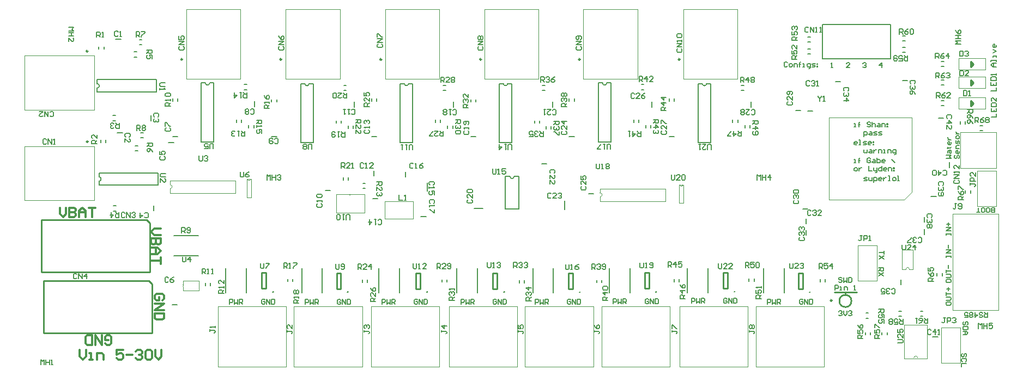
<source format=gto>
G04 Layer_Color=65535*
%FSLAX24Y24*%
%MOIN*%
G70*
G01*
G75*
%ADD10C,0.0118*%
%ADD11C,0.0079*%
%ADD47C,0.0100*%
%ADD95C,0.0039*%
%ADD96C,0.0020*%
%ADD97C,0.0060*%
%ADD98C,0.0059*%
D10*
X15376Y11478D02*
X15475Y11380D01*
X15672D01*
X15770Y11478D01*
Y11872D01*
X15672Y11970D01*
X15475D01*
X15376Y11872D01*
Y11675D01*
X15573D01*
X15180Y11970D02*
Y11380D01*
X14786Y11970D01*
Y11380D01*
X14589D02*
Y11970D01*
X14294D01*
X14196Y11872D01*
Y11478D01*
X14294Y11380D01*
X14589D01*
X12610Y19790D02*
Y19397D01*
X12807Y19200D01*
X13004Y19397D01*
Y19790D01*
X13200D02*
Y19200D01*
X13496D01*
X13594Y19298D01*
Y19397D01*
X13496Y19495D01*
X13200D01*
X13496D01*
X13594Y19594D01*
Y19692D01*
X13496Y19790D01*
X13200D01*
X13791Y19200D02*
Y19594D01*
X13988Y19790D01*
X14184Y19594D01*
Y19200D01*
Y19495D01*
X13791D01*
X14381Y19790D02*
X14775D01*
X14578D01*
Y19200D01*
X13820Y11070D02*
Y10677D01*
X14017Y10480D01*
X14214Y10677D01*
Y11070D01*
X14410Y10480D02*
X14607D01*
X14509D01*
Y10874D01*
X14410D01*
X14902Y10480D02*
Y10874D01*
X15198D01*
X15296Y10775D01*
Y10480D01*
X16477Y11070D02*
X16083D01*
Y10775D01*
X16280Y10874D01*
X16378D01*
X16477Y10775D01*
Y10578D01*
X16378Y10480D01*
X16181D01*
X16083Y10578D01*
X16673Y10775D02*
X17067D01*
X17264Y10972D02*
X17362Y11070D01*
X17559D01*
X17657Y10972D01*
Y10874D01*
X17559Y10775D01*
X17461D01*
X17559D01*
X17657Y10677D01*
Y10578D01*
X17559Y10480D01*
X17362D01*
X17264Y10578D01*
X17854Y10972D02*
X17953Y11070D01*
X18149D01*
X18248Y10972D01*
Y10578D01*
X18149Y10480D01*
X17953D01*
X17854Y10578D01*
Y10972D01*
X18444Y11070D02*
Y10677D01*
X18641Y10480D01*
X18838Y10677D01*
Y11070D01*
X18780Y18510D02*
X18387D01*
X18190Y18313D01*
X18387Y18116D01*
X18780D01*
Y17920D02*
X18190D01*
Y17624D01*
X18288Y17526D01*
X18387D01*
X18485Y17624D01*
Y17920D01*
Y17624D01*
X18584Y17526D01*
X18682D01*
X18780Y17624D01*
Y17920D01*
X18190Y17329D02*
X18584D01*
X18780Y17132D01*
X18584Y16936D01*
X18190D01*
X18485D01*
Y17329D01*
X18780Y16739D02*
Y16345D01*
Y16542D01*
X18190D01*
X18902Y14106D02*
X19000Y14205D01*
Y14402D01*
X18902Y14500D01*
X18508D01*
X18410Y14402D01*
Y14205D01*
X18508Y14106D01*
X18705D01*
Y14303D01*
X18410Y13910D02*
X19000D01*
X18410Y13516D01*
X19000D01*
Y13319D02*
X18410D01*
Y13024D01*
X18508Y12926D01*
X18902D01*
X19000Y13024D01*
Y13319D01*
D11*
X51910Y27386D02*
G03*
X52168Y27386I129J0D01*
G01*
X45808Y27425D02*
G03*
X46066Y27425I129J0D01*
G01*
X39745Y27386D02*
G03*
X40003Y27386I129J0D01*
G01*
X33682D02*
G03*
X33940Y27386I129J0D01*
G01*
X27605Y27383D02*
G03*
X27863Y27383I129J0D01*
G01*
X21516Y27425D02*
G03*
X21774Y27425I129J0D01*
G01*
X15010Y21411D02*
G03*
X15010Y21669I0J129D01*
G01*
X14900Y27119D02*
G03*
X14900Y27377I0J129D01*
G01*
X40149Y21702D02*
G03*
X40399Y21702I125J0D01*
G01*
X64060Y15073D02*
Y15387D01*
X54283Y27286D02*
X54441D01*
X54283Y26971D02*
X54441D01*
X54874Y25947D02*
Y26262D01*
X54086Y25002D02*
Y25160D01*
X53771Y25002D02*
Y25160D01*
X54519Y24687D02*
Y24845D01*
X54834Y24687D02*
Y24845D01*
X51659Y23776D02*
Y27386D01*
Y23776D02*
X52419D01*
Y27386D01*
X52168D02*
X52419D01*
X51659D02*
X51910D01*
X50189Y26301D02*
Y26459D01*
X49874Y26301D02*
Y26459D01*
X49874Y24136D02*
X50189D01*
X48456Y24687D02*
Y24845D01*
X48771Y24687D02*
Y24845D01*
X48023Y25002D02*
Y25160D01*
X47708Y25002D02*
Y25160D01*
X48811Y25947D02*
Y26262D01*
X48181Y27325D02*
X48338D01*
X48181Y27010D02*
X48338D01*
X45557Y23815D02*
Y27425D01*
Y23815D02*
X46317D01*
Y27425D01*
X46066D02*
X46317D01*
X45557D02*
X45808D01*
X43771Y24136D02*
X44086D01*
X44086Y26301D02*
Y26459D01*
X43771Y26301D02*
Y26459D01*
X42118Y27286D02*
X42275D01*
X42118Y26971D02*
X42275D01*
X42748Y25947D02*
Y26262D01*
X41960Y24963D02*
Y25120D01*
X41645Y24963D02*
Y25120D01*
X42354Y24609D02*
Y24766D01*
X42669Y24609D02*
Y24766D01*
X39494Y23776D02*
Y27386D01*
Y23776D02*
X40254D01*
Y27386D01*
X40003D02*
X40254D01*
X39494D02*
X39745D01*
X38063Y26262D02*
Y26420D01*
X37748Y26262D02*
Y26420D01*
X37748Y24136D02*
X38063D01*
X36055Y27286D02*
X36212D01*
X36055Y26971D02*
X36212D01*
X36685Y25947D02*
Y26262D01*
X35897Y25002D02*
Y25160D01*
X35582Y25002D02*
Y25160D01*
X36330Y24648D02*
Y24805D01*
X36645Y24648D02*
Y24805D01*
X33431Y23776D02*
Y27386D01*
Y23776D02*
X34191D01*
Y27386D01*
X33940D02*
X34191D01*
X33431D02*
X33682D01*
X32000Y26301D02*
Y26459D01*
X31685Y26301D02*
Y26459D01*
X31685Y24136D02*
X32000D01*
X29978Y27282D02*
X30136D01*
X29978Y26967D02*
X30136D01*
X30608Y25944D02*
Y26259D01*
X29821Y24959D02*
Y25117D01*
X29506Y24959D02*
Y25117D01*
X30254Y24644D02*
Y24802D01*
X30569Y24644D02*
Y24802D01*
X27354Y23772D02*
Y27383D01*
Y23772D02*
X28114D01*
Y27383D01*
X27863D02*
X28114D01*
X27354D02*
X27605D01*
X25884Y26259D02*
Y26416D01*
X25569Y26259D02*
Y26416D01*
X25569Y24133D02*
X25884D01*
X24519Y25986D02*
Y26301D01*
X23732Y25002D02*
Y25160D01*
X23417Y25002D02*
Y25160D01*
X24165Y24687D02*
Y24845D01*
X24480Y24687D02*
Y24845D01*
X23890Y27325D02*
X24047D01*
X23890Y27010D02*
X24047D01*
X21266Y23815D02*
Y27425D01*
Y23815D02*
X22025D01*
Y27425D01*
X21774D02*
X22025D01*
X21266D02*
X21516D01*
X19834Y26301D02*
Y26459D01*
X19519Y26301D02*
Y26459D01*
X19519Y24136D02*
X19834D01*
X18350Y19603D02*
Y19917D01*
X15881Y19897D02*
X16039D01*
X15881Y19583D02*
X16039D01*
X18190Y25122D02*
Y25437D01*
X17552Y24059D02*
X17709D01*
X17552Y24374D02*
X17709D01*
X16134Y24374D02*
X16449D01*
X17237Y23587D02*
X17394D01*
X17237Y23272D02*
X17394D01*
X15010Y21160D02*
X18621D01*
Y21920D01*
X15010D02*
X18621D01*
X15010Y21669D02*
Y21920D01*
Y21160D02*
Y21411D01*
X15111Y23784D02*
Y23941D01*
X15426Y23784D02*
Y23941D01*
X15001Y29492D02*
Y29649D01*
X15316Y29492D02*
Y29649D01*
X16024Y30122D02*
X16339D01*
X17481Y29767D02*
X17638D01*
X17481Y30082D02*
X17638D01*
X17166Y29334D02*
X17324D01*
X17166Y29019D02*
X17324D01*
X14900Y26868D02*
X18511D01*
Y27628D01*
X14900D02*
X18511D01*
X14900Y27377D02*
Y27628D01*
Y26868D02*
Y27119D01*
X19263Y23770D02*
X19577D01*
X59123Y15251D02*
Y15409D01*
X59437Y15251D02*
Y15409D01*
X55670Y14582D02*
Y16078D01*
X56930Y14582D02*
Y16078D01*
X54763Y15281D02*
Y15439D01*
X55077Y15281D02*
Y15439D01*
X51000Y14582D02*
Y16078D01*
X52260Y14582D02*
Y16078D01*
X50173Y15251D02*
Y15409D01*
X50487Y15251D02*
Y15409D01*
X46230Y14582D02*
Y16078D01*
X47490Y14582D02*
Y16078D01*
X45443Y15191D02*
Y15349D01*
X45757Y15191D02*
Y15349D01*
X41540Y14582D02*
Y16078D01*
X42800Y14582D02*
Y16078D01*
X40723Y15171D02*
Y15329D01*
X41037Y15171D02*
Y15329D01*
X36890Y14582D02*
Y16078D01*
X38150Y14582D02*
Y16078D01*
X35973Y15231D02*
Y15389D01*
X36287Y15231D02*
Y15389D01*
X32120Y14582D02*
Y16078D01*
X33380Y14582D02*
Y16078D01*
X31113Y15211D02*
Y15369D01*
X31427Y15211D02*
Y15369D01*
X19602Y18090D02*
X21098D01*
X19602Y16830D02*
X21098D01*
X28854Y20849D02*
X29169D01*
X29943Y21471D02*
Y21629D01*
X30257Y21471D02*
Y21629D01*
X31836Y21731D02*
Y22046D01*
X31147Y21286D02*
X31305D01*
X31147Y20971D02*
X31305D01*
X33770Y21673D02*
Y21987D01*
X35079Y20804D02*
Y21316D01*
X34693Y19240D02*
X35007D01*
X39845Y19702D02*
Y21702D01*
Y19702D02*
X40704D01*
Y21702D01*
X40399D02*
X40704D01*
X39845D02*
X40149D01*
X37964Y19751D02*
X38476D01*
X43489Y19684D02*
Y20196D01*
X42083Y22470D02*
X42397D01*
X44945Y20643D02*
X45260D01*
X57613Y25730D02*
X57927D01*
X60053Y27500D02*
X60367D01*
X64171Y29993D02*
X64329D01*
X64171Y30307D02*
X64329D01*
X64171Y29293D02*
X64329D01*
X64171Y29607D02*
X64329D01*
X58371Y30257D02*
X58529D01*
X58371Y29943D02*
X58529D01*
X58371Y29507D02*
X58529D01*
X58371Y29193D02*
X58529D01*
X65992Y11859D02*
X66307D01*
X64143Y27580D02*
X64457D01*
X66521Y28443D02*
X66679D01*
X66521Y28757D02*
X66679D01*
X66521Y27293D02*
X66679D01*
X66521Y27607D02*
X66679D01*
X66521Y26043D02*
X66679D01*
X66521Y26357D02*
X66679D01*
X67997Y24921D02*
Y25079D01*
X67683Y24921D02*
Y25079D01*
X66353Y25280D02*
X66667D01*
X68887Y24823D02*
X69044D01*
X68887Y24508D02*
X69044D01*
X68307Y20671D02*
Y20829D01*
X67993Y20671D02*
Y20829D01*
X67030Y22253D02*
Y22567D01*
X65903Y20470D02*
X66217D01*
X66577Y15601D02*
Y15759D01*
X66263Y15601D02*
Y15759D01*
X65498Y18893D02*
Y19207D01*
Y18153D02*
Y18467D01*
X58263Y18107D02*
Y18422D01*
X58253Y18807D02*
Y19122D01*
X58043Y19715D02*
X58357D01*
X65241Y13143D02*
X65399D01*
X65241Y13457D02*
X65399D01*
X63921Y13447D02*
X64079D01*
X63921Y13133D02*
X64079D01*
X61912Y13023D02*
X62069D01*
X61912Y13337D02*
X62069D01*
X62893Y11991D02*
Y12149D01*
X63207Y11991D02*
Y12149D01*
X61883Y11991D02*
Y12149D01*
X62197Y11991D02*
Y12149D01*
X27410Y14582D02*
Y16078D01*
X28670Y14582D02*
Y16078D01*
X26543Y15261D02*
Y15419D01*
X26857Y15261D02*
Y15419D01*
X21523Y15011D02*
Y15169D01*
X21837Y15011D02*
Y15169D01*
X22760Y14582D02*
Y16078D01*
X24020Y14582D02*
Y16078D01*
X31753Y20340D02*
X32067D01*
X19483Y13840D02*
X19797D01*
X15867Y25437D02*
X16024D01*
X15867Y25122D02*
X16024D01*
X58353Y25720D02*
X58667D01*
D47*
X61031Y14070D02*
G03*
X61031Y14070I-371J0D01*
G01*
X59840Y14100D02*
G03*
X59840Y14100I-50J0D01*
G01*
X14340Y23830D02*
G03*
X14340Y23830I-50J0D01*
G01*
X14330Y29370D02*
G03*
X14330Y29370I-50J0D01*
G01*
X50540Y28870D02*
G03*
X50540Y28870I-50J0D01*
G01*
X44440D02*
G03*
X44440Y28870I-50J0D01*
G01*
X38400D02*
G03*
X38400Y28870I-50J0D01*
G01*
X26170D02*
G03*
X26170Y28870I-50J0D01*
G01*
X20120D02*
G03*
X20120Y28870I-50J0D01*
G01*
X32300D02*
G03*
X32300Y28870I-50J0D01*
G01*
Y28860D02*
G03*
X32300Y28860I-50J0D01*
G01*
X58481Y14601D02*
G03*
X58481Y14601I-20J0D01*
G01*
X53891Y14641D02*
G03*
X53891Y14641I-20J0D01*
G01*
X49091Y14631D02*
G03*
X49091Y14631I-20J0D01*
G01*
X44421Y14601D02*
G03*
X44421Y14601I-20J0D01*
G01*
X39791Y14621D02*
G03*
X39791Y14621I-20J0D01*
G01*
X35080D02*
G03*
X35080Y14621I-20J0D01*
G01*
X30231D02*
G03*
X30231Y14621I-20J0D01*
G01*
X25661Y14631D02*
G03*
X25661Y14631I-20J0D01*
G01*
X60660Y14440D02*
Y14620D01*
X59990D02*
X61340Y14610D01*
X57792Y14798D02*
X58048D01*
Y15762D01*
X57792D02*
X58048D01*
X57792Y14798D02*
Y15762D01*
X53202Y14838D02*
X53458D01*
Y15802D01*
X53202D02*
X53458D01*
X53202Y14838D02*
Y15802D01*
X48402Y14828D02*
X48658D01*
Y15792D01*
X48402D02*
X48658D01*
X48402Y14828D02*
Y15792D01*
X43732Y14798D02*
X43988D01*
Y15762D01*
X43732D02*
X43988D01*
X43732Y14798D02*
Y15762D01*
X39102Y14818D02*
X39358D01*
Y15782D01*
X39102D02*
X39358D01*
X39102Y14818D02*
Y15782D01*
X34391Y14818D02*
X34647D01*
Y15782D01*
X34391D02*
X34647D01*
X34391Y14818D02*
Y15782D01*
X29542Y14818D02*
X29798D01*
Y15782D01*
X29542D02*
X29798D01*
X29542Y14818D02*
Y15782D01*
X11631Y12109D02*
X18261D01*
Y15107D01*
X18061Y15307D02*
X18261Y15107D01*
X11631Y15307D02*
X18061D01*
X11631Y12109D02*
Y15307D01*
X11480Y15856D02*
Y19054D01*
X17910D01*
X18110Y18854D01*
Y15856D02*
Y18854D01*
X11480Y15856D02*
X18110D01*
X68380Y28511D02*
Y28689D01*
X68321Y28748D02*
X68380Y28689D01*
X68321Y28748D02*
Y28748D01*
X68489Y28580D01*
Y28580D02*
Y28580D01*
X68321Y28413D02*
Y28748D01*
Y28413D02*
X68489Y28580D01*
X68321Y27263D02*
X68489Y27430D01*
X68321Y27263D02*
Y27598D01*
X68489Y27430D02*
Y27430D01*
X68321Y27598D02*
X68489Y27430D01*
X68321Y27598D02*
Y27598D01*
Y27598D02*
X68380Y27539D01*
Y27361D02*
Y27539D01*
X68321Y26013D02*
X68489Y26180D01*
X68321Y26013D02*
Y26348D01*
X68489Y26180D02*
Y26180D01*
X68321Y26348D02*
X68489Y26180D01*
X68321Y26348D02*
Y26348D01*
Y26348D02*
X68380Y26289D01*
Y26111D02*
Y26289D01*
X24972Y14828D02*
X25228D01*
Y15792D01*
X24972D02*
X25228D01*
X24972Y14828D02*
Y15792D01*
D95*
X19350Y20947D02*
G03*
X19350Y21197I0J125D01*
G01*
X24100Y21541D02*
G03*
X24287Y21541I93J0D01*
G01*
X30293Y20603D02*
G03*
X30421Y20603I64J0D01*
G01*
X45652Y20442D02*
G03*
X45652Y20692I0J125D01*
G01*
X64568Y16023D02*
G03*
X64371Y16023I-98J0D01*
G01*
X65090Y10571D02*
G03*
X64844Y10571I-123J0D01*
G01*
X20148Y14955D02*
G03*
X20148Y15053I0J49D01*
G01*
X50533Y21187D02*
G03*
X50720Y21187I93J0D01*
G01*
X67021Y12455D02*
X67701D01*
Y10289D02*
Y12455D01*
X66519Y10289D02*
X67701D01*
X66519D02*
Y12455D01*
X67021D01*
X50740Y27679D02*
X54047D01*
X50740D02*
Y31931D01*
X54047D01*
Y27679D02*
Y31931D01*
X47945Y27679D02*
Y31931D01*
X44638D02*
X47945D01*
X44638Y27679D02*
Y31931D01*
Y27679D02*
X47945D01*
X38575D02*
X41882D01*
X38575D02*
Y31931D01*
X41882D01*
Y27679D02*
Y31931D01*
X35819Y27679D02*
Y31931D01*
X32512D02*
X35819D01*
X32512Y27679D02*
Y31931D01*
Y27679D02*
X35819D01*
X26435Y27676D02*
X29742D01*
X26435D02*
Y31928D01*
X29742D01*
Y27676D02*
Y31928D01*
X23653Y27679D02*
Y31931D01*
X20346D02*
X23653D01*
X20346Y27679D02*
Y31931D01*
Y27679D02*
X23653D01*
X14717Y25788D02*
Y29095D01*
X10465Y25788D02*
X14717D01*
X10465D02*
Y29095D01*
X14717D01*
X10465Y23548D02*
X14717D01*
X10465Y20240D02*
Y23548D01*
Y20240D02*
X14717D01*
Y23548D01*
X19350Y20690D02*
X23350D01*
Y21454D01*
X19350D02*
X23350D01*
X19350Y21197D02*
Y21454D01*
Y20690D02*
Y20947D01*
X24100Y21541D02*
X24330D01*
X24060D02*
X24287D01*
X24060Y20419D02*
Y21541D01*
Y20419D02*
X24330D01*
Y21541D01*
X30312Y20603D02*
X30390D01*
X29516Y19481D02*
X31246D01*
Y19766D02*
Y20278D01*
Y19481D02*
Y19766D01*
Y20278D02*
Y20603D01*
X29516Y19481D02*
Y20603D01*
X31248D01*
X45652Y20185D02*
X49652D01*
Y20948D01*
X45652D02*
X49652D01*
X45652Y20692D02*
Y20948D01*
Y20185D02*
Y20442D01*
X67593Y28246D02*
Y28718D01*
Y28246D02*
X69207D01*
Y28954D01*
X67593D02*
X69207D01*
X67593Y28718D02*
Y28954D01*
Y27568D02*
Y27804D01*
X69207D01*
Y27096D02*
Y27804D01*
X67593Y27096D02*
X69207D01*
X67593D02*
Y27568D01*
Y26318D02*
Y26554D01*
X69207D01*
Y25846D02*
Y26554D01*
X67593Y25846D02*
X69207D01*
X67593D02*
Y26318D01*
X67700Y22200D02*
X69900D01*
X67700D02*
Y24400D01*
X69900D01*
Y22200D02*
Y24400D01*
X69221Y22045D02*
X69901D01*
Y19879D02*
Y22045D01*
X68719Y19879D02*
X69901D01*
X68719D02*
Y22045D01*
X69221D01*
X64568Y16023D02*
X64784D01*
X64134D02*
X64371D01*
X64134D02*
Y17204D01*
X64784D01*
Y16023D02*
Y17204D01*
X64268Y10551D02*
Y12598D01*
X65665D01*
Y10551D02*
Y12598D01*
X64922Y10551D02*
X65665D01*
X64268D02*
X65011D01*
X59371Y10050D02*
Y11666D01*
X55198Y10050D02*
X59371D01*
X55198D02*
Y13750D01*
X59371D01*
Y11666D02*
Y13750D01*
X54701Y11666D02*
Y13750D01*
X50528D02*
X54701D01*
X50528Y10050D02*
Y13750D01*
Y10050D02*
X54701D01*
Y11666D01*
X49931Y10050D02*
Y11666D01*
X45758Y10050D02*
X49931D01*
X45758D02*
Y13750D01*
X49931D01*
Y11666D02*
Y13750D01*
X45241Y11666D02*
Y13750D01*
X41068D02*
X45241D01*
X41068Y10050D02*
Y13750D01*
Y10050D02*
X45241D01*
Y11666D01*
X40591Y10050D02*
Y11666D01*
X36418Y10050D02*
X40591D01*
X36418D02*
Y13750D01*
X40591D01*
Y11666D02*
Y13750D01*
X35821Y11666D02*
Y13750D01*
X31648D02*
X35821D01*
X31648Y10050D02*
Y13750D01*
Y10050D02*
X35821D01*
Y11666D01*
X31111Y10050D02*
Y11666D01*
X26938Y10050D02*
X31111D01*
X26938D02*
Y13750D01*
X31111D01*
Y11666D02*
Y13750D01*
X26461Y11666D02*
Y13750D01*
X22288D02*
X26461D01*
X22288Y10050D02*
Y13750D01*
Y10050D02*
X26461D01*
Y11666D01*
X20148Y14713D02*
X21132D01*
Y15295D01*
X20148D02*
X21132D01*
X20148Y15053D02*
Y15295D01*
Y14713D02*
Y14955D01*
X70010Y13497D02*
Y19397D01*
X67210Y13497D02*
X70010D01*
X67210D02*
Y19397D01*
X70010D01*
X61419Y15315D02*
X62099D01*
X61419D02*
Y17480D01*
X62601D01*
Y15315D02*
Y17480D01*
X62099Y15315D02*
X62601D01*
X64250Y20259D02*
X64716Y20725D01*
X59665Y20259D02*
X64250D01*
X59665D02*
Y25310D01*
X64716D01*
Y20725D02*
Y25310D01*
X50533Y21187D02*
X50764D01*
X50494D02*
X50720D01*
X50494Y20065D02*
Y21187D01*
Y20065D02*
X50764D01*
Y21187D01*
D96*
X32484Y19099D02*
Y20181D01*
X34236D01*
Y19099D02*
Y20181D01*
X32484Y19099D02*
X34236D01*
D97*
X59255Y31011D02*
X63419D01*
Y28895D02*
Y31011D01*
X59255Y29879D02*
Y31011D01*
Y28895D02*
X63419D01*
X59255D02*
Y29879D01*
X63487Y14563D02*
X63540Y14510D01*
X63647D01*
X63700Y14563D01*
Y14777D01*
X63647Y14830D01*
X63540D01*
X63487Y14777D01*
X63380Y14563D02*
X63327Y14510D01*
X63220D01*
X63167Y14563D01*
Y14617D01*
X63220Y14670D01*
X63273D01*
X63220D01*
X63167Y14723D01*
Y14777D01*
X63220Y14830D01*
X63327D01*
X63380Y14777D01*
X62847Y14510D02*
X63060D01*
Y14670D01*
X62954Y14617D01*
X62900D01*
X62847Y14670D01*
Y14777D01*
X62900Y14830D01*
X63007D01*
X63060Y14777D01*
X68800Y12390D02*
Y12710D01*
X68907Y12603D01*
X69013Y12710D01*
Y12390D01*
X69120Y12710D02*
Y12390D01*
Y12550D01*
X69333D01*
Y12710D01*
Y12390D01*
X69653Y12710D02*
X69440D01*
Y12550D01*
X69546Y12603D01*
X69600D01*
X69653Y12550D01*
Y12443D01*
X69600Y12390D01*
X69493D01*
X69440Y12443D01*
X66773Y13050D02*
X66667D01*
X66720D01*
Y12783D01*
X66667Y12730D01*
X66613D01*
X66560Y12783D01*
X66880Y12730D02*
Y13050D01*
X67040D01*
X67093Y12997D01*
Y12890D01*
X67040Y12837D01*
X66880D01*
X67200Y12997D02*
X67253Y13050D01*
X67360D01*
X67413Y12997D01*
Y12943D01*
X67360Y12890D01*
X67306D01*
X67360D01*
X67413Y12837D01*
Y12783D01*
X67360Y12730D01*
X67253D01*
X67200Y12783D01*
X54240Y27460D02*
Y27780D01*
X54400D01*
X54453Y27727D01*
Y27620D01*
X54400Y27567D01*
X54240D01*
X54347D02*
X54453Y27460D01*
X54720D02*
Y27780D01*
X54560Y27620D01*
X54773D01*
X54880Y27727D02*
X54933Y27780D01*
X55040D01*
X55093Y27727D01*
Y27673D01*
X55040Y27620D01*
X55093Y27567D01*
Y27513D01*
X55040Y27460D01*
X54933D01*
X54880Y27513D01*
Y27567D01*
X54933Y27620D01*
X54880Y27673D01*
Y27727D01*
X54933Y27620D02*
X55040D01*
X54907Y25533D02*
X54960Y25480D01*
X55067D01*
X55120Y25533D01*
Y25747D01*
X55067Y25800D01*
X54960D01*
X54907Y25747D01*
X54587Y25800D02*
X54800D01*
X54587Y25587D01*
Y25533D01*
X54640Y25480D01*
X54747D01*
X54800Y25533D01*
X54480D02*
X54427Y25480D01*
X54320D01*
X54267Y25533D01*
Y25587D01*
X54320Y25640D01*
X54267Y25693D01*
Y25747D01*
X54320Y25800D01*
X54427D01*
X54480Y25747D01*
Y25693D01*
X54427Y25640D01*
X54480Y25587D01*
Y25533D01*
X54427Y25640D02*
X54320D01*
X54300Y24480D02*
Y24160D01*
X54140D01*
X54087Y24213D01*
Y24320D01*
X54140Y24373D01*
X54300D01*
X54193D02*
X54087Y24480D01*
X53820D02*
Y24160D01*
X53980Y24320D01*
X53767D01*
X53660Y24160D02*
X53447D01*
Y24213D01*
X53660Y24427D01*
Y24480D01*
X54990Y25110D02*
X55310D01*
Y24950D01*
X55257Y24897D01*
X55150D01*
X55097Y24950D01*
Y25110D01*
Y25003D02*
X54990Y24897D01*
Y24630D02*
X55310D01*
X55150Y24790D01*
Y24577D01*
X55043Y24470D02*
X54990Y24417D01*
Y24310D01*
X55043Y24257D01*
X55257D01*
X55310Y24310D01*
Y24417D01*
X55257Y24470D01*
X55203D01*
X55150Y24417D01*
Y24257D01*
X52450Y23340D02*
Y23607D01*
X52397Y23660D01*
X52290D01*
X52237Y23607D01*
Y23340D01*
X51917Y23660D02*
X52130D01*
X51917Y23447D01*
Y23393D01*
X51970Y23340D01*
X52077D01*
X52130Y23393D01*
X51810Y23660D02*
X51704D01*
X51757D01*
Y23340D01*
X51810Y23393D01*
X49700Y25730D02*
X49380D01*
Y25890D01*
X49433Y25943D01*
X49540D01*
X49593Y25890D01*
Y25730D01*
Y25837D02*
X49700Y25943D01*
Y26210D02*
X49380D01*
X49540Y26050D01*
Y26263D01*
X49700Y26530D02*
X49380D01*
X49540Y26370D01*
Y26583D01*
X49453Y24503D02*
X49400Y24450D01*
Y24343D01*
X49453Y24290D01*
X49667D01*
X49720Y24343D01*
Y24450D01*
X49667Y24503D01*
X49720Y24823D02*
Y24610D01*
X49507Y24823D01*
X49453D01*
X49400Y24770D01*
Y24663D01*
X49453Y24610D01*
X49400Y24930D02*
Y25143D01*
X49453D01*
X49667Y24930D01*
X49720D01*
X50403Y29530D02*
X50350Y29477D01*
Y29370D01*
X50403Y29317D01*
X50617D01*
X50670Y29370D01*
Y29477D01*
X50617Y29530D01*
X50670Y29637D02*
X50350D01*
X50670Y29850D01*
X50350D01*
X50670Y29957D02*
Y30063D01*
Y30010D01*
X50350D01*
X50403Y29957D01*
Y30223D02*
X50350Y30276D01*
Y30383D01*
X50403Y30436D01*
X50617D01*
X50670Y30383D01*
Y30276D01*
X50617Y30223D01*
X50403D01*
X44243Y29663D02*
X44190Y29610D01*
Y29503D01*
X44243Y29450D01*
X44457D01*
X44510Y29503D01*
Y29610D01*
X44457Y29663D01*
X44510Y29770D02*
X44190D01*
X44510Y29983D01*
X44190D01*
X44457Y30090D02*
X44510Y30143D01*
Y30250D01*
X44457Y30303D01*
X44243D01*
X44190Y30250D01*
Y30143D01*
X44243Y30090D01*
X44297D01*
X44350Y30143D01*
Y30303D01*
X48910Y25180D02*
X49230D01*
Y25020D01*
X49177Y24967D01*
X49070D01*
X49017Y25020D01*
Y25180D01*
Y25073D02*
X48910Y24967D01*
Y24700D02*
X49230D01*
X49070Y24860D01*
Y24647D01*
X49177Y24540D02*
X49230Y24487D01*
Y24380D01*
X49177Y24327D01*
X49123D01*
X49070Y24380D01*
Y24434D01*
Y24380D01*
X49017Y24327D01*
X48963D01*
X48910Y24380D01*
Y24487D01*
X48963Y24540D01*
X48140Y24460D02*
Y24140D01*
X47980D01*
X47927Y24193D01*
Y24300D01*
X47980Y24353D01*
X48140D01*
X48033D02*
X47927Y24460D01*
X47660D02*
Y24140D01*
X47820Y24300D01*
X47607D01*
X47500Y24460D02*
X47394D01*
X47447D01*
Y24140D01*
X47500Y24193D01*
X47763Y26747D02*
X47710Y26800D01*
X47603D01*
X47550Y26747D01*
Y26533D01*
X47603Y26480D01*
X47710D01*
X47763Y26533D01*
X48083Y26480D02*
X47870D01*
X48083Y26693D01*
Y26747D01*
X48030Y26800D01*
X47923D01*
X47870Y26747D01*
X48403Y26800D02*
X48296Y26747D01*
X48190Y26640D01*
Y26533D01*
X48243Y26480D01*
X48350D01*
X48403Y26533D01*
Y26587D01*
X48350Y26640D01*
X48190D01*
X48040Y27510D02*
Y27830D01*
X48200D01*
X48253Y27777D01*
Y27670D01*
X48200Y27617D01*
X48040D01*
X48147D02*
X48253Y27510D01*
X48520D02*
Y27830D01*
X48360Y27670D01*
X48573D01*
X48893Y27510D02*
X48680D01*
X48893Y27723D01*
Y27777D01*
X48840Y27830D01*
X48733D01*
X48680Y27777D01*
X46290Y23370D02*
Y23637D01*
X46237Y23690D01*
X46130D01*
X46077Y23637D01*
Y23370D01*
X45970Y23690D02*
X45863D01*
X45917D01*
Y23370D01*
X45970Y23423D01*
X45704Y23370D02*
X45490D01*
Y23423D01*
X45704Y23637D01*
Y23690D01*
X43353Y24473D02*
X43300Y24420D01*
Y24313D01*
X43353Y24260D01*
X43567D01*
X43620Y24313D01*
Y24420D01*
X43567Y24473D01*
X43620Y24793D02*
Y24580D01*
X43407Y24793D01*
X43353D01*
X43300Y24740D01*
Y24633D01*
X43353Y24580D01*
X43620Y25060D02*
X43300D01*
X43460Y24900D01*
Y25113D01*
X43620Y25960D02*
X43300D01*
Y26120D01*
X43353Y26173D01*
X43460D01*
X43513Y26120D01*
Y25960D01*
Y26067D02*
X43620Y26173D01*
X43353Y26280D02*
X43300Y26333D01*
Y26440D01*
X43353Y26493D01*
X43407D01*
X43460Y26440D01*
Y26387D01*
Y26440D01*
X43513Y26493D01*
X43567D01*
X43620Y26440D01*
Y26333D01*
X43567Y26280D01*
X43353Y26600D02*
X43300Y26653D01*
Y26760D01*
X43353Y26813D01*
X43407D01*
X43460Y26760D01*
X43513Y26813D01*
X43567D01*
X43620Y26760D01*
Y26653D01*
X43567Y26600D01*
X43513D01*
X43460Y26653D01*
X43407Y26600D01*
X43353D01*
X43460Y26653D02*
Y26760D01*
X42030Y27490D02*
Y27810D01*
X42190D01*
X42243Y27757D01*
Y27650D01*
X42190Y27597D01*
X42030D01*
X42137D02*
X42243Y27490D01*
X42350Y27757D02*
X42403Y27810D01*
X42510D01*
X42563Y27757D01*
Y27703D01*
X42510Y27650D01*
X42457D01*
X42510D01*
X42563Y27597D01*
Y27543D01*
X42510Y27490D01*
X42403D01*
X42350Y27543D01*
X42883Y27810D02*
X42776Y27757D01*
X42670Y27650D01*
Y27543D01*
X42723Y27490D01*
X42830D01*
X42883Y27543D01*
Y27597D01*
X42830Y27650D01*
X42670D01*
X42747Y25543D02*
X42800Y25490D01*
X42907D01*
X42960Y25543D01*
Y25757D01*
X42907Y25810D01*
X42800D01*
X42747Y25757D01*
X42427Y25810D02*
X42640D01*
X42427Y25597D01*
Y25543D01*
X42480Y25490D01*
X42587D01*
X42640Y25543D01*
X42320Y25810D02*
X42214D01*
X42267D01*
Y25490D01*
X42320Y25543D01*
X42180Y24460D02*
Y24140D01*
X42020D01*
X41967Y24193D01*
Y24300D01*
X42020Y24353D01*
X42180D01*
X42073D02*
X41967Y24460D01*
X41860Y24193D02*
X41807Y24140D01*
X41700D01*
X41647Y24193D01*
Y24247D01*
X41700Y24300D01*
X41753D01*
X41700D01*
X41647Y24353D01*
Y24407D01*
X41700Y24460D01*
X41807D01*
X41860Y24407D01*
X41327Y24140D02*
X41540D01*
Y24300D01*
X41434Y24247D01*
X41380D01*
X41327Y24300D01*
Y24407D01*
X41380Y24460D01*
X41487D01*
X41540Y24407D01*
X42820Y25090D02*
X43140D01*
Y24930D01*
X43087Y24877D01*
X42980D01*
X42927Y24930D01*
Y25090D01*
Y24983D02*
X42820Y24877D01*
X43087Y24770D02*
X43140Y24717D01*
Y24610D01*
X43087Y24557D01*
X43033D01*
X42980Y24610D01*
Y24663D01*
Y24610D01*
X42927Y24557D01*
X42873D01*
X42820Y24610D01*
Y24717D01*
X42873Y24770D01*
X43140Y24450D02*
Y24237D01*
X43087D01*
X42873Y24450D01*
X42820D01*
X38233Y29663D02*
X38180Y29610D01*
Y29503D01*
X38233Y29450D01*
X38447D01*
X38500Y29503D01*
Y29610D01*
X38447Y29663D01*
X38500Y29770D02*
X38180D01*
X38500Y29983D01*
X38180D01*
X38233Y30090D02*
X38180Y30143D01*
Y30250D01*
X38233Y30303D01*
X38287D01*
X38340Y30250D01*
X38393Y30303D01*
X38447D01*
X38500Y30250D01*
Y30143D01*
X38447Y30090D01*
X38393D01*
X38340Y30143D01*
X38287Y30090D01*
X38233D01*
X38340Y30143D02*
Y30250D01*
X40250Y23350D02*
Y23617D01*
X40197Y23670D01*
X40090D01*
X40037Y23617D01*
Y23350D01*
X39930Y23670D02*
X39823D01*
X39877D01*
Y23350D01*
X39930Y23403D01*
X39504Y23670D02*
Y23350D01*
X39664Y23510D01*
X39450D01*
X37600Y25900D02*
X37280D01*
Y26060D01*
X37333Y26113D01*
X37440D01*
X37493Y26060D01*
Y25900D01*
Y26007D02*
X37600Y26113D01*
X37333Y26220D02*
X37280Y26273D01*
Y26380D01*
X37333Y26433D01*
X37387D01*
X37440Y26380D01*
Y26327D01*
Y26380D01*
X37493Y26433D01*
X37547D01*
X37600Y26380D01*
Y26273D01*
X37547Y26220D01*
X37600Y26753D02*
Y26540D01*
X37387Y26753D01*
X37333D01*
X37280Y26700D01*
Y26593D01*
X37333Y26540D01*
X37363Y24503D02*
X37310Y24450D01*
Y24343D01*
X37363Y24290D01*
X37577D01*
X37630Y24343D01*
Y24450D01*
X37577Y24503D01*
X37630Y24610D02*
Y24717D01*
Y24663D01*
X37310D01*
X37363Y24610D01*
X37577Y24876D02*
X37630Y24930D01*
Y25036D01*
X37577Y25090D01*
X37363D01*
X37310Y25036D01*
Y24930D01*
X37363Y24876D01*
X37417D01*
X37470Y24930D01*
Y25090D01*
X35910Y27460D02*
Y27780D01*
X36070D01*
X36123Y27727D01*
Y27620D01*
X36070Y27567D01*
X35910D01*
X36017D02*
X36123Y27460D01*
X36443D02*
X36230D01*
X36443Y27673D01*
Y27727D01*
X36390Y27780D01*
X36283D01*
X36230Y27727D01*
X36550D02*
X36603Y27780D01*
X36710D01*
X36763Y27727D01*
Y27673D01*
X36710Y27620D01*
X36763Y27567D01*
Y27513D01*
X36710Y27460D01*
X36603D01*
X36550Y27513D01*
Y27567D01*
X36603Y27620D01*
X36550Y27673D01*
Y27727D01*
X36603Y27620D02*
X36710D01*
X36647Y25543D02*
X36700Y25490D01*
X36807D01*
X36860Y25543D01*
Y25757D01*
X36807Y25810D01*
X36700D01*
X36647Y25757D01*
X36540Y25810D02*
X36433D01*
X36487D01*
Y25490D01*
X36540Y25543D01*
X36274D02*
X36220Y25490D01*
X36114D01*
X36060Y25543D01*
Y25597D01*
X36114Y25650D01*
X36060Y25703D01*
Y25757D01*
X36114Y25810D01*
X36220D01*
X36274Y25757D01*
Y25703D01*
X36220Y25650D01*
X36274Y25597D01*
Y25543D01*
X36220Y25650D02*
X36114D01*
X36070Y24480D02*
Y24160D01*
X35910D01*
X35857Y24213D01*
Y24320D01*
X35910Y24373D01*
X36070D01*
X35963D02*
X35857Y24480D01*
X35537D02*
X35750D01*
X35537Y24267D01*
Y24213D01*
X35590Y24160D01*
X35697D01*
X35750Y24213D01*
X35430Y24160D02*
X35217D01*
Y24213D01*
X35430Y24427D01*
Y24480D01*
X36810Y25160D02*
X37130D01*
Y25000D01*
X37077Y24947D01*
X36970D01*
X36917Y25000D01*
Y25160D01*
Y25053D02*
X36810Y24947D01*
X37077Y24840D02*
X37130Y24787D01*
Y24680D01*
X37077Y24627D01*
X37023D01*
X36970Y24680D01*
Y24733D01*
Y24680D01*
X36917Y24627D01*
X36863D01*
X36810Y24680D01*
Y24787D01*
X36863Y24840D01*
X37077Y24520D02*
X37130Y24467D01*
Y24360D01*
X37077Y24307D01*
X36863D01*
X36810Y24360D01*
Y24467D01*
X36863Y24520D01*
X37077D01*
X32083Y29813D02*
X32030Y29760D01*
Y29653D01*
X32083Y29600D01*
X32297D01*
X32350Y29653D01*
Y29760D01*
X32297Y29813D01*
X32350Y29920D02*
X32030D01*
X32350Y30133D01*
X32030D01*
Y30240D02*
Y30453D01*
X32083D01*
X32297Y30240D01*
X32350D01*
X34190Y23330D02*
Y23597D01*
X34137Y23650D01*
X34030D01*
X33977Y23597D01*
Y23330D01*
X33870Y23650D02*
X33763D01*
X33817D01*
Y23330D01*
X33870Y23383D01*
X33604Y23650D02*
X33497D01*
X33550D01*
Y23330D01*
X33604Y23383D01*
X31540Y25990D02*
X31220D01*
Y26150D01*
X31273Y26203D01*
X31380D01*
X31433Y26150D01*
Y25990D01*
Y26097D02*
X31540Y26203D01*
Y26523D02*
Y26310D01*
X31327Y26523D01*
X31273D01*
X31220Y26470D01*
Y26363D01*
X31273Y26310D01*
X31220Y26843D02*
Y26630D01*
X31380D01*
X31327Y26736D01*
Y26790D01*
X31380Y26843D01*
X31487D01*
X31540Y26790D01*
Y26683D01*
X31487Y26630D01*
X31273Y24553D02*
X31220Y24500D01*
Y24393D01*
X31273Y24340D01*
X31487D01*
X31540Y24393D01*
Y24500D01*
X31487Y24553D01*
X31540Y24660D02*
Y24767D01*
Y24713D01*
X31220D01*
X31273Y24660D01*
Y24926D02*
X31220Y24980D01*
Y25086D01*
X31273Y25140D01*
X31327D01*
X31380Y25086D01*
Y25033D01*
Y25086D01*
X31433Y25140D01*
X31487D01*
X31540Y25086D01*
Y24980D01*
X31487Y24926D01*
X26053Y29663D02*
X26000Y29610D01*
Y29503D01*
X26053Y29450D01*
X26267D01*
X26320Y29503D01*
Y29610D01*
X26267Y29663D01*
X26320Y29770D02*
X26000D01*
X26320Y29983D01*
X26000D01*
Y30303D02*
X26053Y30196D01*
X26160Y30090D01*
X26267D01*
X26320Y30143D01*
Y30250D01*
X26267Y30303D01*
X26213D01*
X26160Y30250D01*
Y30090D01*
X30170Y26820D02*
Y26500D01*
X30010D01*
X29957Y26553D01*
Y26660D01*
X30010Y26713D01*
X30170D01*
X30063D02*
X29957Y26820D01*
X29637D02*
X29850D01*
X29637Y26607D01*
Y26553D01*
X29690Y26500D01*
X29797D01*
X29850Y26553D01*
X29530D02*
X29477Y26500D01*
X29370D01*
X29317Y26553D01*
Y26767D01*
X29370Y26820D01*
X29477D01*
X29530Y26767D01*
Y26553D01*
X30447Y25553D02*
X30500Y25500D01*
X30607D01*
X30660Y25553D01*
Y25767D01*
X30607Y25820D01*
X30500D01*
X30447Y25767D01*
X30340Y25820D02*
X30233D01*
X30287D01*
Y25500D01*
X30340Y25553D01*
X30074Y25820D02*
X29967D01*
X30020D01*
Y25500D01*
X30074Y25553D01*
X30040Y24440D02*
Y24120D01*
X29880D01*
X29827Y24173D01*
Y24280D01*
X29880Y24333D01*
X30040D01*
X29933D02*
X29827Y24440D01*
X29720D02*
X29613D01*
X29667D01*
Y24120D01*
X29720Y24173D01*
X29454Y24387D02*
X29400Y24440D01*
X29294D01*
X29240Y24387D01*
Y24173D01*
X29294Y24120D01*
X29400D01*
X29454Y24173D01*
Y24227D01*
X29400Y24280D01*
X29240D01*
X30710Y25180D02*
X31030D01*
Y25020D01*
X30977Y24967D01*
X30870D01*
X30817Y25020D01*
Y25180D01*
Y25073D02*
X30710Y24967D01*
Y24647D02*
Y24860D01*
X30923Y24647D01*
X30977D01*
X31030Y24700D01*
Y24807D01*
X30977Y24860D01*
X30710Y24327D02*
Y24540D01*
X30923Y24327D01*
X30977D01*
X31030Y24380D01*
Y24487D01*
X30977Y24540D01*
X28030Y23370D02*
Y23637D01*
X27977Y23690D01*
X27870D01*
X27817Y23637D01*
Y23370D01*
X27710Y23423D02*
X27657Y23370D01*
X27550D01*
X27497Y23423D01*
Y23477D01*
X27550Y23530D01*
X27497Y23583D01*
Y23637D01*
X27550Y23690D01*
X27657D01*
X27710Y23637D01*
Y23583D01*
X27657Y23530D01*
X27710Y23477D01*
Y23423D01*
X27657Y23530D02*
X27550D01*
X25430Y25860D02*
X25110D01*
Y26020D01*
X25163Y26073D01*
X25270D01*
X25323Y26020D01*
Y25860D01*
Y25967D02*
X25430Y26073D01*
Y26180D02*
Y26287D01*
Y26233D01*
X25110D01*
X25163Y26180D01*
X25110Y26660D02*
X25163Y26553D01*
X25270Y26446D01*
X25377D01*
X25430Y26500D01*
Y26606D01*
X25377Y26660D01*
X25323D01*
X25270Y26606D01*
Y26446D01*
X25747Y23763D02*
X25800Y23710D01*
X25907D01*
X25960Y23763D01*
Y23977D01*
X25907Y24030D01*
X25800D01*
X25747Y23977D01*
X25640D02*
X25587Y24030D01*
X25480D01*
X25427Y23977D01*
Y23763D01*
X25480Y23710D01*
X25587D01*
X25640Y23763D01*
Y23817D01*
X25587Y23870D01*
X25427D01*
X19953Y29663D02*
X19900Y29610D01*
Y29503D01*
X19953Y29450D01*
X20167D01*
X20220Y29503D01*
Y29610D01*
X20167Y29663D01*
X20220Y29770D02*
X19900D01*
X20220Y29983D01*
X19900D01*
Y30303D02*
Y30090D01*
X20060D01*
X20007Y30196D01*
Y30250D01*
X20060Y30303D01*
X20167D01*
X20220Y30250D01*
Y30143D01*
X20167Y30090D01*
X24277Y25563D02*
X24330Y25510D01*
X24437D01*
X24490Y25563D01*
Y25777D01*
X24437Y25830D01*
X24330D01*
X24277Y25777D01*
X24170Y25563D02*
X24117Y25510D01*
X24010D01*
X23957Y25563D01*
Y25617D01*
X24010Y25670D01*
X23957Y25723D01*
Y25777D01*
X24010Y25830D01*
X24117D01*
X24170Y25777D01*
Y25723D01*
X24117Y25670D01*
X24170Y25617D01*
Y25563D01*
X24117Y25670D02*
X24010D01*
X23920Y24490D02*
Y24170D01*
X23760D01*
X23707Y24223D01*
Y24330D01*
X23760Y24383D01*
X23920D01*
X23813D02*
X23707Y24490D01*
X23600D02*
X23493D01*
X23547D01*
Y24170D01*
X23600Y24223D01*
X23334D02*
X23280Y24170D01*
X23174D01*
X23120Y24223D01*
Y24277D01*
X23174Y24330D01*
X23227D01*
X23174D01*
X23120Y24383D01*
Y24437D01*
X23174Y24490D01*
X23280D01*
X23334Y24437D01*
X24640Y25150D02*
X24960D01*
Y24990D01*
X24907Y24937D01*
X24800D01*
X24747Y24990D01*
Y25150D01*
Y25043D02*
X24640Y24937D01*
Y24830D02*
Y24723D01*
Y24777D01*
X24960D01*
X24907Y24830D01*
X24960Y24350D02*
Y24564D01*
X24800D01*
X24853Y24457D01*
Y24404D01*
X24800Y24350D01*
X24693D01*
X24640Y24404D01*
Y24510D01*
X24693Y24564D01*
X24050Y26840D02*
Y26520D01*
X23890D01*
X23837Y26573D01*
Y26680D01*
X23890Y26733D01*
X24050D01*
X23943D02*
X23837Y26840D01*
X23730D02*
X23623D01*
X23677D01*
Y26520D01*
X23730Y26573D01*
X23304Y26840D02*
Y26520D01*
X23464Y26680D01*
X23250D01*
X22000Y23400D02*
Y23667D01*
X21947Y23720D01*
X21840D01*
X21787Y23667D01*
Y23400D01*
X21467D02*
X21680D01*
Y23560D01*
X21573Y23507D01*
X21520D01*
X21467Y23560D01*
Y23667D01*
X21520Y23720D01*
X21627D01*
X21680Y23667D01*
X19380Y26010D02*
X19060D01*
Y26170D01*
X19113Y26223D01*
X19220D01*
X19273Y26170D01*
Y26010D01*
Y26117D02*
X19380Y26223D01*
Y26330D02*
Y26437D01*
Y26383D01*
X19060D01*
X19113Y26330D01*
Y26596D02*
X19060Y26650D01*
Y26756D01*
X19113Y26810D01*
X19327D01*
X19380Y26756D01*
Y26650D01*
X19327Y26596D01*
X19113D01*
Y24683D02*
X19060Y24630D01*
Y24523D01*
X19113Y24470D01*
X19327D01*
X19380Y24523D01*
Y24630D01*
X19327Y24683D01*
X19060Y24790D02*
Y25003D01*
X19113D01*
X19327Y24790D01*
X19380D01*
X17797Y19213D02*
X17850Y19160D01*
X17957D01*
X18010Y19213D01*
Y19427D01*
X17957Y19480D01*
X17850D01*
X17797Y19427D01*
X17530Y19480D02*
Y19160D01*
X17690Y19320D01*
X17477D01*
X16220Y19510D02*
Y19190D01*
X16060D01*
X16007Y19243D01*
Y19350D01*
X16060Y19403D01*
X16220D01*
X16113D02*
X16007Y19510D01*
X15740D02*
Y19190D01*
X15900Y19350D01*
X15687D01*
X18607Y25347D02*
X18660Y25400D01*
Y25507D01*
X18607Y25560D01*
X18393D01*
X18340Y25507D01*
Y25400D01*
X18393Y25347D01*
X18607Y25240D02*
X18660Y25187D01*
Y25080D01*
X18607Y25027D01*
X18553D01*
X18500Y25080D01*
Y25133D01*
Y25080D01*
X18447Y25027D01*
X18393D01*
X18340Y25080D01*
Y25187D01*
X18393Y25240D01*
X17320Y24520D02*
Y24840D01*
X17480D01*
X17533Y24787D01*
Y24680D01*
X17480Y24627D01*
X17320D01*
X17427D02*
X17533Y24520D01*
X17640Y24787D02*
X17693Y24840D01*
X17800D01*
X17853Y24787D01*
Y24733D01*
X17800Y24680D01*
X17853Y24627D01*
Y24573D01*
X17800Y24520D01*
X17693D01*
X17640Y24573D01*
Y24627D01*
X17693Y24680D01*
X17640Y24733D01*
Y24787D01*
X17693Y24680D02*
X17800D01*
X16867Y24117D02*
X16920Y24170D01*
Y24277D01*
X16867Y24330D01*
X16653D01*
X16600Y24277D01*
Y24170D01*
X16653Y24117D01*
X16600Y23797D02*
Y24010D01*
X16813Y23797D01*
X16867D01*
X16920Y23850D01*
Y23957D01*
X16867Y24010D01*
X17960Y23740D02*
X18280D01*
Y23580D01*
X18227Y23527D01*
X18120D01*
X18067Y23580D01*
Y23740D01*
Y23633D02*
X17960Y23527D01*
X18280Y23207D02*
X18227Y23313D01*
X18120Y23420D01*
X18013D01*
X17960Y23367D01*
Y23260D01*
X18013Y23207D01*
X18067D01*
X18120Y23260D01*
Y23420D01*
X19090Y21880D02*
X18823D01*
X18770Y21827D01*
Y21720D01*
X18823Y21667D01*
X19090D01*
X18770Y21347D02*
Y21560D01*
X18983Y21347D01*
X19037D01*
X19090Y21400D01*
Y21507D01*
X19037Y21560D01*
X14890Y23710D02*
X14570D01*
Y23870D01*
X14623Y23923D01*
X14730D01*
X14783Y23870D01*
Y23710D01*
Y23817D02*
X14890Y23923D01*
Y24243D02*
Y24030D01*
X14677Y24243D01*
X14623D01*
X14570Y24190D01*
Y24083D01*
X14623Y24030D01*
X14870Y30230D02*
Y30550D01*
X15030D01*
X15083Y30497D01*
Y30390D01*
X15030Y30337D01*
X14870D01*
X14977D02*
X15083Y30230D01*
X15190D02*
X15297D01*
X15243D01*
Y30550D01*
X15190Y30497D01*
X16173Y30557D02*
X16120Y30610D01*
X16013D01*
X15960Y30557D01*
Y30343D01*
X16013Y30290D01*
X16120D01*
X16173Y30343D01*
X16280Y30290D02*
X16387D01*
X16333D01*
Y30610D01*
X16280Y30557D01*
X17280Y30240D02*
Y30560D01*
X17440D01*
X17493Y30507D01*
Y30400D01*
X17440Y30347D01*
X17280D01*
X17387D02*
X17493Y30240D01*
X17600Y30560D02*
X17813D01*
Y30507D01*
X17600Y30293D01*
Y30240D01*
X17930Y29450D02*
X18250D01*
Y29290D01*
X18197Y29237D01*
X18090D01*
X18037Y29290D01*
Y29450D01*
Y29343D02*
X17930Y29237D01*
X18250Y28917D02*
Y29130D01*
X18090D01*
X18143Y29023D01*
Y28970D01*
X18090Y28917D01*
X17983D01*
X17930Y28970D01*
Y29077D01*
X17983Y29130D01*
X19050Y27430D02*
X18783D01*
X18730Y27377D01*
Y27270D01*
X18783Y27217D01*
X19050D01*
X18730Y27110D02*
Y27003D01*
Y27057D01*
X19050D01*
X18997Y27110D01*
X13150Y30830D02*
X13470D01*
X13363Y30723D01*
X13470Y30617D01*
X13150D01*
X13470Y30510D02*
X13150D01*
X13310D01*
Y30297D01*
X13470D01*
X13150D01*
Y29977D02*
Y30190D01*
X13363Y29977D01*
X13417D01*
X13470Y30030D01*
Y30137D01*
X13417Y30190D01*
X12007Y25413D02*
X12060Y25360D01*
X12167D01*
X12220Y25413D01*
Y25627D01*
X12167Y25680D01*
X12060D01*
X12007Y25627D01*
X11900Y25680D02*
Y25360D01*
X11687Y25680D01*
Y25360D01*
X11367Y25680D02*
X11580D01*
X11367Y25467D01*
Y25413D01*
X11420Y25360D01*
X11527D01*
X11580Y25413D01*
X11793Y23957D02*
X11740Y24010D01*
X11633D01*
X11580Y23957D01*
Y23743D01*
X11633Y23690D01*
X11740D01*
X11793Y23743D01*
X11900Y23690D02*
Y24010D01*
X12113Y23690D01*
Y24010D01*
X12220Y23690D02*
X12326D01*
X12273D01*
Y24010D01*
X12220Y23957D01*
X18783Y22933D02*
X18730Y22880D01*
Y22773D01*
X18783Y22720D01*
X18997D01*
X19050Y22773D01*
Y22880D01*
X18997Y22933D01*
X18730Y23253D02*
Y23040D01*
X18890D01*
X18837Y23147D01*
Y23200D01*
X18890Y23253D01*
X18997D01*
X19050Y23200D01*
Y23093D01*
X18997Y23040D01*
X21130Y22970D02*
Y22703D01*
X21183Y22650D01*
X21290D01*
X21343Y22703D01*
Y22970D01*
X21450Y22917D02*
X21503Y22970D01*
X21610D01*
X21663Y22917D01*
Y22863D01*
X21610Y22810D01*
X21557D01*
X21610D01*
X21663Y22757D01*
Y22703D01*
X21610Y22650D01*
X21503D01*
X21450Y22703D01*
X23650Y21980D02*
Y21713D01*
X23703Y21660D01*
X23810D01*
X23863Y21713D01*
Y21980D01*
X24183D02*
X24077Y21927D01*
X23970Y21820D01*
Y21713D01*
X24023Y21660D01*
X24130D01*
X24183Y21713D01*
Y21767D01*
X24130Y21820D01*
X23970D01*
X59050Y16050D02*
Y16370D01*
X59210D01*
X59263Y16317D01*
Y16210D01*
X59210Y16157D01*
X59050D01*
X59157D02*
X59263Y16050D01*
X59583Y16370D02*
X59370D01*
Y16210D01*
X59477Y16263D01*
X59530D01*
X59583Y16210D01*
Y16103D01*
X59530Y16050D01*
X59423D01*
X59370Y16103D01*
X59850Y16050D02*
Y16370D01*
X59690Y16210D01*
X59903D01*
X57250Y16390D02*
Y16123D01*
X57303Y16070D01*
X57410D01*
X57463Y16123D01*
Y16390D01*
X57783Y16070D02*
X57570D01*
X57783Y16283D01*
Y16337D01*
X57730Y16390D01*
X57623D01*
X57570Y16337D01*
X57890D02*
X57943Y16390D01*
X58050D01*
X58103Y16337D01*
Y16283D01*
X58050Y16230D01*
X57996D01*
X58050D01*
X58103Y16177D01*
Y16123D01*
X58050Y16070D01*
X57943D01*
X57890Y16123D01*
X55520Y14220D02*
X55200D01*
Y14380D01*
X55253Y14433D01*
X55360D01*
X55413Y14380D01*
Y14220D01*
Y14327D02*
X55520Y14433D01*
X55200Y14753D02*
Y14540D01*
X55360D01*
X55307Y14647D01*
Y14700D01*
X55360Y14753D01*
X55467D01*
X55520Y14700D01*
Y14593D01*
X55467Y14540D01*
X55520Y14860D02*
Y14966D01*
Y14913D01*
X55200D01*
X55253Y14860D01*
X54540Y16120D02*
Y16440D01*
X54700D01*
X54753Y16387D01*
Y16280D01*
X54700Y16227D01*
X54540D01*
X54647D02*
X54753Y16120D01*
X55073Y16440D02*
X54860D01*
Y16280D01*
X54967Y16333D01*
X55020D01*
X55073Y16280D01*
Y16173D01*
X55020Y16120D01*
X54913D01*
X54860Y16173D01*
X55180Y16387D02*
X55233Y16440D01*
X55340D01*
X55393Y16387D01*
Y16173D01*
X55340Y16120D01*
X55233D01*
X55180Y16173D01*
Y16387D01*
X52890Y16370D02*
Y16103D01*
X52943Y16050D01*
X53050D01*
X53103Y16103D01*
Y16370D01*
X53423Y16050D02*
X53210D01*
X53423Y16263D01*
Y16317D01*
X53370Y16370D01*
X53263D01*
X53210Y16317D01*
X53743Y16050D02*
X53530D01*
X53743Y16263D01*
Y16317D01*
X53690Y16370D01*
X53583D01*
X53530Y16317D01*
X50860Y14220D02*
X50540D01*
Y14380D01*
X50593Y14433D01*
X50700D01*
X50753Y14380D01*
Y14220D01*
Y14327D02*
X50860Y14433D01*
Y14700D02*
X50540D01*
X50700Y14540D01*
Y14753D01*
X50540Y15073D02*
X50593Y14966D01*
X50700Y14860D01*
X50807D01*
X50860Y14913D01*
Y15020D01*
X50807Y15073D01*
X50753D01*
X50700Y15020D01*
Y14860D01*
X49810Y16150D02*
Y16470D01*
X49970D01*
X50023Y16417D01*
Y16310D01*
X49970Y16257D01*
X49810D01*
X49917D02*
X50023Y16150D01*
X50290D02*
Y16470D01*
X50130Y16310D01*
X50343D01*
X50663Y16470D02*
X50450D01*
Y16310D01*
X50556Y16363D01*
X50610D01*
X50663Y16310D01*
Y16203D01*
X50610Y16150D01*
X50503D01*
X50450Y16203D01*
X48100Y16420D02*
Y16153D01*
X48153Y16100D01*
X48260D01*
X48313Y16153D01*
Y16420D01*
X48420Y16100D02*
X48527D01*
X48473D01*
Y16420D01*
X48420Y16367D01*
X48686Y16153D02*
X48740Y16100D01*
X48846D01*
X48900Y16153D01*
Y16367D01*
X48846Y16420D01*
X48740D01*
X48686Y16367D01*
Y16313D01*
X48740Y16260D01*
X48900D01*
X46130Y14110D02*
X45810D01*
Y14270D01*
X45863Y14323D01*
X45970D01*
X46023Y14270D01*
Y14110D01*
Y14217D02*
X46130Y14323D01*
Y14590D02*
X45810D01*
X45970Y14430D01*
Y14643D01*
X45863Y14750D02*
X45810Y14803D01*
Y14910D01*
X45863Y14963D01*
X46077D01*
X46130Y14910D01*
Y14803D01*
X46077Y14750D01*
X45863D01*
X45150Y16010D02*
Y16330D01*
X45310D01*
X45363Y16277D01*
Y16170D01*
X45310Y16117D01*
X45150D01*
X45257D02*
X45363Y16010D01*
X45470Y16277D02*
X45523Y16330D01*
X45630D01*
X45683Y16277D01*
Y16223D01*
X45630Y16170D01*
X45577D01*
X45630D01*
X45683Y16117D01*
Y16063D01*
X45630Y16010D01*
X45523D01*
X45470Y16063D01*
X45790D02*
X45843Y16010D01*
X45950D01*
X46003Y16063D01*
Y16277D01*
X45950Y16330D01*
X45843D01*
X45790Y16277D01*
Y16223D01*
X45843Y16170D01*
X46003D01*
X43540Y16320D02*
Y16053D01*
X43593Y16000D01*
X43700D01*
X43753Y16053D01*
Y16320D01*
X43860Y16000D02*
X43967D01*
X43913D01*
Y16320D01*
X43860Y16267D01*
X44340Y16320D02*
X44233Y16267D01*
X44126Y16160D01*
Y16053D01*
X44180Y16000D01*
X44286D01*
X44340Y16053D01*
Y16107D01*
X44286Y16160D01*
X44126D01*
X41440Y14090D02*
X41120D01*
Y14250D01*
X41173Y14303D01*
X41280D01*
X41333Y14250D01*
Y14090D01*
Y14197D02*
X41440Y14303D01*
X41173Y14410D02*
X41120Y14463D01*
Y14570D01*
X41173Y14623D01*
X41227D01*
X41280Y14570D01*
Y14517D01*
Y14570D01*
X41333Y14623D01*
X41387D01*
X41440Y14570D01*
Y14463D01*
X41387Y14410D01*
X41440Y14890D02*
X41120D01*
X41280Y14730D01*
Y14943D01*
X40370Y16110D02*
Y16430D01*
X40530D01*
X40583Y16377D01*
Y16270D01*
X40530Y16217D01*
X40370D01*
X40477D02*
X40583Y16110D01*
X40690Y16377D02*
X40743Y16430D01*
X40850D01*
X40903Y16377D01*
Y16323D01*
X40850Y16270D01*
X40797D01*
X40850D01*
X40903Y16217D01*
Y16163D01*
X40850Y16110D01*
X40743D01*
X40690Y16163D01*
X41010Y16377D02*
X41063Y16430D01*
X41170D01*
X41223Y16377D01*
Y16323D01*
X41170Y16270D01*
X41116D01*
X41170D01*
X41223Y16217D01*
Y16163D01*
X41170Y16110D01*
X41063D01*
X41010Y16163D01*
X38770Y16440D02*
Y16173D01*
X38823Y16120D01*
X38930D01*
X38983Y16173D01*
Y16440D01*
X39090Y16120D02*
X39197D01*
X39143D01*
Y16440D01*
X39090Y16387D01*
X39356D02*
X39410Y16440D01*
X39516D01*
X39570Y16387D01*
Y16333D01*
X39516Y16280D01*
X39463D01*
X39516D01*
X39570Y16227D01*
Y16173D01*
X39516Y16120D01*
X39410D01*
X39356Y16173D01*
X36740Y14100D02*
X36420D01*
Y14260D01*
X36473Y14313D01*
X36580D01*
X36633Y14260D01*
Y14100D01*
Y14207D02*
X36740Y14313D01*
X36473Y14420D02*
X36420Y14473D01*
Y14580D01*
X36473Y14633D01*
X36527D01*
X36580Y14580D01*
Y14527D01*
Y14580D01*
X36633Y14633D01*
X36687D01*
X36740Y14580D01*
Y14473D01*
X36687Y14420D01*
X36740Y14740D02*
Y14846D01*
Y14793D01*
X36420D01*
X36473Y14740D01*
X35680Y16040D02*
Y16360D01*
X35840D01*
X35893Y16307D01*
Y16200D01*
X35840Y16147D01*
X35680D01*
X35787D02*
X35893Y16040D01*
X36213D02*
X36000D01*
X36213Y16253D01*
Y16307D01*
X36160Y16360D01*
X36053D01*
X36000Y16307D01*
X36320Y16093D02*
X36373Y16040D01*
X36480D01*
X36533Y16093D01*
Y16307D01*
X36480Y16360D01*
X36373D01*
X36320Y16307D01*
Y16253D01*
X36373Y16200D01*
X36533D01*
X34220Y16370D02*
Y16103D01*
X34273Y16050D01*
X34380D01*
X34433Y16103D01*
Y16370D01*
X34540Y16050D02*
X34647D01*
X34593D01*
Y16370D01*
X34540Y16317D01*
X35020Y16050D02*
X34806D01*
X35020Y16263D01*
Y16317D01*
X34966Y16370D01*
X34860D01*
X34806Y16317D01*
X31930Y14030D02*
X31610D01*
Y14190D01*
X31663Y14243D01*
X31770D01*
X31823Y14190D01*
Y14030D01*
Y14137D02*
X31930Y14243D01*
Y14563D02*
Y14350D01*
X31717Y14563D01*
X31663D01*
X31610Y14510D01*
Y14403D01*
X31663Y14350D01*
X31610Y14883D02*
X31663Y14776D01*
X31770Y14670D01*
X31877D01*
X31930Y14723D01*
Y14830D01*
X31877Y14883D01*
X31823D01*
X31770Y14830D01*
Y14670D01*
X30850Y16010D02*
Y16330D01*
X31010D01*
X31063Y16277D01*
Y16170D01*
X31010Y16117D01*
X30850D01*
X30957D02*
X31063Y16010D01*
X31383D02*
X31170D01*
X31383Y16223D01*
Y16277D01*
X31330Y16330D01*
X31223D01*
X31170Y16277D01*
X31650Y16010D02*
Y16330D01*
X31490Y16170D01*
X31703D01*
X29490Y16330D02*
Y16063D01*
X29543Y16010D01*
X29650D01*
X29703Y16063D01*
Y16330D01*
X29810Y16063D02*
X29863Y16010D01*
X29970D01*
X30023Y16063D01*
Y16277D01*
X29970Y16330D01*
X29863D01*
X29810Y16277D01*
Y16223D01*
X29863Y16170D01*
X30023D01*
X13653Y15697D02*
X13600Y15750D01*
X13493D01*
X13440Y15697D01*
Y15483D01*
X13493Y15430D01*
X13600D01*
X13653Y15483D01*
X13760Y15430D02*
Y15750D01*
X13973Y15430D01*
Y15750D01*
X14240Y15430D02*
Y15750D01*
X14080Y15590D01*
X14293D01*
X16593Y19447D02*
X16540Y19500D01*
X16433D01*
X16380Y19447D01*
Y19233D01*
X16433Y19180D01*
X16540D01*
X16593Y19233D01*
X16700Y19180D02*
Y19500D01*
X16913Y19180D01*
Y19500D01*
X17020Y19447D02*
X17073Y19500D01*
X17180D01*
X17233Y19447D01*
Y19393D01*
X17180Y19340D01*
X17126D01*
X17180D01*
X17233Y19287D01*
Y19233D01*
X17180Y19180D01*
X17073D01*
X17020Y19233D01*
X67720Y29810D02*
X67400D01*
X67507Y29917D01*
X67400Y30023D01*
X67720D01*
X67400Y30130D02*
X67720D01*
X67560D01*
Y30343D01*
X67400D01*
X67720D01*
X67400Y30663D02*
X67453Y30556D01*
X67560Y30450D01*
X67667D01*
X67720Y30503D01*
Y30610D01*
X67667Y30663D01*
X67613D01*
X67560Y30610D01*
Y30450D01*
X20070Y18240D02*
Y18560D01*
X20230D01*
X20283Y18507D01*
Y18400D01*
X20230Y18347D01*
X20070D01*
X20177D02*
X20283Y18240D01*
X20390Y18293D02*
X20443Y18240D01*
X20550D01*
X20603Y18293D01*
Y18507D01*
X20550Y18560D01*
X20443D01*
X20390Y18507D01*
Y18453D01*
X20443Y18400D01*
X20603D01*
X30340Y19050D02*
Y19317D01*
X30287Y19370D01*
X30180D01*
X30127Y19317D01*
Y19050D01*
X30020Y19370D02*
X29913D01*
X29967D01*
Y19050D01*
X30020Y19103D01*
X29754D02*
X29700Y19050D01*
X29594D01*
X29540Y19103D01*
Y19317D01*
X29594Y19370D01*
X29700D01*
X29754Y19317D01*
Y19103D01*
X28373Y20033D02*
X28320Y19980D01*
Y19873D01*
X28373Y19820D01*
X28587D01*
X28640Y19873D01*
Y19980D01*
X28587Y20033D01*
X28640Y20140D02*
Y20247D01*
Y20193D01*
X28320D01*
X28373Y20140D01*
Y20406D02*
X28320Y20460D01*
Y20566D01*
X28373Y20620D01*
X28587D01*
X28640Y20566D01*
Y20460D01*
X28587Y20406D01*
X28373D01*
X29830Y22210D02*
Y22530D01*
X29990D01*
X30043Y22477D01*
Y22370D01*
X29990Y22317D01*
X29830D01*
X29937D02*
X30043Y22210D01*
X30363D02*
X30150D01*
X30363Y22423D01*
Y22477D01*
X30310Y22530D01*
X30203D01*
X30150Y22477D01*
X30470Y22210D02*
X30576D01*
X30523D01*
Y22530D01*
X30470Y22477D01*
X31193Y22487D02*
X31140Y22540D01*
X31033D01*
X30980Y22487D01*
Y22273D01*
X31033Y22220D01*
X31140D01*
X31193Y22273D01*
X31300Y22220D02*
X31407D01*
X31353D01*
Y22540D01*
X31300Y22487D01*
X31780Y22220D02*
X31566D01*
X31780Y22433D01*
Y22487D01*
X31726Y22540D01*
X31620D01*
X31566Y22487D01*
X32000Y21360D02*
X32320D01*
Y21200D01*
X32267Y21147D01*
X32160D01*
X32107Y21200D01*
Y21360D01*
Y21253D02*
X32000Y21147D01*
Y20827D02*
Y21040D01*
X32213Y20827D01*
X32267D01*
X32320Y20880D01*
Y20987D01*
X32267Y21040D01*
Y20720D02*
X32320Y20667D01*
Y20560D01*
X32267Y20507D01*
X32213D01*
X32160Y20560D01*
Y20614D01*
Y20560D01*
X32107Y20507D01*
X32053D01*
X32000Y20560D01*
Y20667D01*
X32053Y20720D01*
X33370Y20570D02*
Y20250D01*
X33583D01*
X33690D02*
X33797D01*
X33743D01*
Y20570D01*
X33690Y20517D01*
X34233Y22467D02*
X34180Y22520D01*
X34073D01*
X34020Y22467D01*
Y22253D01*
X34073Y22200D01*
X34180D01*
X34233Y22253D01*
X34340Y22200D02*
X34447D01*
X34393D01*
Y22520D01*
X34340Y22467D01*
X34820Y22520D02*
X34713Y22467D01*
X34606Y22360D01*
Y22253D01*
X34660Y22200D01*
X34766D01*
X34820Y22253D01*
Y22307D01*
X34766Y22360D01*
X34606D01*
X35467Y21177D02*
X35520Y21230D01*
Y21337D01*
X35467Y21390D01*
X35253D01*
X35200Y21337D01*
Y21230D01*
X35253Y21177D01*
X35200Y21070D02*
Y20963D01*
Y21017D01*
X35520D01*
X35467Y21070D01*
X35520Y20590D02*
Y20804D01*
X35360D01*
X35413Y20697D01*
Y20644D01*
X35360Y20590D01*
X35253D01*
X35200Y20644D01*
Y20750D01*
X35253Y20804D01*
X35477Y20057D02*
X35530Y20110D01*
Y20217D01*
X35477Y20270D01*
X35263D01*
X35210Y20217D01*
Y20110D01*
X35263Y20057D01*
X35210Y19950D02*
Y19843D01*
Y19897D01*
X35530D01*
X35477Y19950D01*
X35530Y19684D02*
Y19470D01*
X35477D01*
X35263Y19684D01*
X35210D01*
X39080Y22160D02*
Y21893D01*
X39133Y21840D01*
X39240D01*
X39293Y21893D01*
Y22160D01*
X39400Y21840D02*
X39507D01*
X39453D01*
Y22160D01*
X39400Y22107D01*
X39880Y22160D02*
X39666D01*
Y22000D01*
X39773Y22053D01*
X39826D01*
X39880Y22000D01*
Y21893D01*
X39826Y21840D01*
X39720D01*
X39666Y21893D01*
X37583Y20273D02*
X37530Y20220D01*
Y20113D01*
X37583Y20060D01*
X37797D01*
X37850Y20113D01*
Y20220D01*
X37797Y20273D01*
X37850Y20593D02*
Y20380D01*
X37637Y20593D01*
X37583D01*
X37530Y20540D01*
Y20433D01*
X37583Y20380D01*
Y20700D02*
X37530Y20753D01*
Y20860D01*
X37583Y20913D01*
X37797D01*
X37850Y20860D01*
Y20753D01*
X37797Y20700D01*
X37583D01*
X42663Y20627D02*
X42610Y20680D01*
X42503D01*
X42450Y20627D01*
Y20413D01*
X42503Y20360D01*
X42610D01*
X42663Y20413D01*
X42983Y20360D02*
X42770D01*
X42983Y20573D01*
Y20627D01*
X42930Y20680D01*
X42823D01*
X42770Y20627D01*
X43090D02*
X43143Y20680D01*
X43250D01*
X43303Y20627D01*
Y20573D01*
X43250Y20520D01*
X43196D01*
X43250D01*
X43303Y20467D01*
Y20413D01*
X43250Y20360D01*
X43143D01*
X43090Y20413D01*
X42847Y21897D02*
X42900Y21950D01*
Y22057D01*
X42847Y22110D01*
X42633D01*
X42580Y22057D01*
Y21950D01*
X42633Y21897D01*
X42580Y21577D02*
Y21790D01*
X42793Y21577D01*
X42847D01*
X42900Y21630D01*
Y21737D01*
X42847Y21790D01*
X42580Y21257D02*
Y21470D01*
X42793Y21257D01*
X42847D01*
X42900Y21310D01*
Y21417D01*
X42847Y21470D01*
X45420Y22480D02*
Y22213D01*
X45473Y22160D01*
X45580D01*
X45633Y22213D01*
Y22480D01*
X45740Y22160D02*
X45847D01*
X45793D01*
Y22480D01*
X45740Y22427D01*
X46006D02*
X46060Y22480D01*
X46166D01*
X46220Y22427D01*
Y22373D01*
X46166Y22320D01*
X46220Y22267D01*
Y22213D01*
X46166Y22160D01*
X46060D01*
X46006Y22213D01*
Y22267D01*
X46060Y22320D01*
X46006Y22373D01*
Y22427D01*
X46060Y22320D02*
X46166D01*
X44533Y21093D02*
X44480Y21040D01*
Y20933D01*
X44533Y20880D01*
X44747D01*
X44800Y20933D01*
Y21040D01*
X44747Y21093D01*
X44800Y21413D02*
Y21200D01*
X44587Y21413D01*
X44533D01*
X44480Y21360D01*
Y21253D01*
X44533Y21200D01*
X44480Y21733D02*
Y21520D01*
X44640D01*
X44587Y21626D01*
Y21680D01*
X44640Y21733D01*
X44747D01*
X44800Y21680D01*
Y21573D01*
X44747Y21520D01*
X57143Y26283D02*
X57090Y26230D01*
Y26123D01*
X57143Y26070D01*
X57357D01*
X57410Y26123D01*
Y26230D01*
X57357Y26283D01*
X57410Y26603D02*
Y26390D01*
X57197Y26603D01*
X57143D01*
X57090Y26550D01*
Y26443D01*
X57143Y26390D01*
X57357Y26710D02*
X57410Y26763D01*
Y26870D01*
X57357Y26923D01*
X57143D01*
X57090Y26870D01*
Y26763D01*
X57143Y26710D01*
X57197D01*
X57250Y26763D01*
Y26923D01*
X60817Y26937D02*
X60870Y26990D01*
Y27097D01*
X60817Y27150D01*
X60603D01*
X60550Y27097D01*
Y26990D01*
X60603Y26937D01*
X60817Y26830D02*
X60870Y26777D01*
Y26670D01*
X60817Y26617D01*
X60763D01*
X60710Y26670D01*
Y26723D01*
Y26670D01*
X60657Y26617D01*
X60603D01*
X60550Y26670D01*
Y26777D01*
X60603Y26830D01*
X60550Y26350D02*
X60870D01*
X60710Y26510D01*
Y26297D01*
X58403Y30797D02*
X58350Y30850D01*
X58243D01*
X58190Y30797D01*
Y30583D01*
X58243Y30530D01*
X58350D01*
X58403Y30583D01*
X58510Y30530D02*
Y30850D01*
X58723Y30530D01*
Y30850D01*
X58830Y30530D02*
X58936D01*
X58883D01*
Y30850D01*
X58830Y30797D01*
X59096Y30530D02*
X59203D01*
X59150D01*
Y30850D01*
X59096Y30797D01*
X63970Y30420D02*
Y30740D01*
X64130D01*
X64183Y30687D01*
Y30580D01*
X64130Y30527D01*
X63970D01*
X64077D02*
X64183Y30420D01*
X64503Y30740D02*
X64397Y30687D01*
X64290Y30580D01*
Y30473D01*
X64343Y30420D01*
X64450D01*
X64503Y30473D01*
Y30527D01*
X64450Y30580D01*
X64290D01*
X64610Y30687D02*
X64663Y30740D01*
X64770D01*
X64823Y30687D01*
Y30473D01*
X64770Y30420D01*
X64663D01*
X64610Y30473D01*
Y30687D01*
X64470Y29110D02*
Y28790D01*
X64310D01*
X64257Y28843D01*
Y28950D01*
X64310Y29003D01*
X64470D01*
X64363D02*
X64257Y29110D01*
X63937Y28790D02*
X64150D01*
Y28950D01*
X64043Y28897D01*
X63990D01*
X63937Y28950D01*
Y29057D01*
X63990Y29110D01*
X64097D01*
X64150Y29057D01*
X63830D02*
X63777Y29110D01*
X63670D01*
X63617Y29057D01*
Y28843D01*
X63670Y28790D01*
X63777D01*
X63830Y28843D01*
Y28897D01*
X63777Y28950D01*
X63617D01*
X57720Y30040D02*
X57400D01*
Y30200D01*
X57453Y30253D01*
X57560D01*
X57613Y30200D01*
Y30040D01*
Y30147D02*
X57720Y30253D01*
X57400Y30573D02*
Y30360D01*
X57560D01*
X57507Y30467D01*
Y30520D01*
X57560Y30573D01*
X57667D01*
X57720Y30520D01*
Y30413D01*
X57667Y30360D01*
X57453Y30680D02*
X57400Y30733D01*
Y30840D01*
X57453Y30893D01*
X57507D01*
X57560Y30840D01*
Y30786D01*
Y30840D01*
X57613Y30893D01*
X57667D01*
X57720Y30840D01*
Y30733D01*
X57667Y30680D01*
X57700Y28880D02*
X57380D01*
Y29040D01*
X57433Y29093D01*
X57540D01*
X57593Y29040D01*
Y28880D01*
Y28987D02*
X57700Y29093D01*
X57380Y29413D02*
Y29200D01*
X57540D01*
X57487Y29307D01*
Y29360D01*
X57540Y29413D01*
X57647D01*
X57700Y29360D01*
Y29253D01*
X57647Y29200D01*
X57700Y29733D02*
Y29520D01*
X57487Y29733D01*
X57433D01*
X57380Y29680D01*
Y29573D01*
X57433Y29520D01*
X65903Y12277D02*
X65850Y12330D01*
X65743D01*
X65690Y12277D01*
Y12063D01*
X65743Y12010D01*
X65850D01*
X65903Y12063D01*
X66170Y12010D02*
Y12330D01*
X66010Y12170D01*
X66223D01*
X66330Y12010D02*
X66436D01*
X66383D01*
Y12330D01*
X66330Y12277D01*
X64877Y27377D02*
X64930Y27430D01*
Y27537D01*
X64877Y27590D01*
X64663D01*
X64610Y27537D01*
Y27430D01*
X64663Y27377D01*
X64877Y27270D02*
X64930Y27217D01*
Y27110D01*
X64877Y27057D01*
X64823D01*
X64770Y27110D01*
Y27163D01*
Y27110D01*
X64717Y27057D01*
X64663D01*
X64610Y27110D01*
Y27217D01*
X64663Y27270D01*
X64930Y26737D02*
X64877Y26844D01*
X64770Y26950D01*
X64663D01*
X64610Y26897D01*
Y26790D01*
X64663Y26737D01*
X64717D01*
X64770Y26790D01*
Y26950D01*
X66170Y28930D02*
Y29250D01*
X66330D01*
X66383Y29197D01*
Y29090D01*
X66330Y29037D01*
X66170D01*
X66277D02*
X66383Y28930D01*
X66703Y29250D02*
X66597Y29197D01*
X66490Y29090D01*
Y28983D01*
X66543Y28930D01*
X66650D01*
X66703Y28983D01*
Y29037D01*
X66650Y29090D01*
X66490D01*
X66970Y28930D02*
Y29250D01*
X66810Y29090D01*
X67023D01*
X67650Y29380D02*
Y29060D01*
X67810D01*
X67863Y29113D01*
Y29327D01*
X67810Y29380D01*
X67650D01*
X67970Y29327D02*
X68023Y29380D01*
X68130D01*
X68183Y29327D01*
Y29273D01*
X68130Y29220D01*
X68077D01*
X68130D01*
X68183Y29167D01*
Y29113D01*
X68130Y29060D01*
X68023D01*
X67970Y29113D01*
X67660Y28190D02*
Y27870D01*
X67820D01*
X67873Y27923D01*
Y28137D01*
X67820Y28190D01*
X67660D01*
X68193Y27870D02*
X67980D01*
X68193Y28083D01*
Y28137D01*
X68140Y28190D01*
X68033D01*
X67980Y28137D01*
X66190Y27730D02*
Y28050D01*
X66350D01*
X66403Y27997D01*
Y27890D01*
X66350Y27837D01*
X66190D01*
X66297D02*
X66403Y27730D01*
X66723Y28050D02*
X66617Y27997D01*
X66510Y27890D01*
Y27783D01*
X66563Y27730D01*
X66670D01*
X66723Y27783D01*
Y27837D01*
X66670Y27890D01*
X66510D01*
X66830Y27997D02*
X66883Y28050D01*
X66990D01*
X67043Y27997D01*
Y27943D01*
X66990Y27890D01*
X66936D01*
X66990D01*
X67043Y27837D01*
Y27783D01*
X66990Y27730D01*
X66883D01*
X66830Y27783D01*
X66230Y26520D02*
Y26840D01*
X66390D01*
X66443Y26787D01*
Y26680D01*
X66390Y26627D01*
X66230D01*
X66337D02*
X66443Y26520D01*
X66763Y26840D02*
X66657Y26787D01*
X66550Y26680D01*
Y26573D01*
X66603Y26520D01*
X66710D01*
X66763Y26573D01*
Y26627D01*
X66710Y26680D01*
X66550D01*
X67083Y26520D02*
X66870D01*
X67083Y26733D01*
Y26787D01*
X67030Y26840D01*
X66923D01*
X66870Y26787D01*
X67880Y26960D02*
Y26640D01*
X68040D01*
X68093Y26693D01*
Y26907D01*
X68040Y26960D01*
X67880D01*
X68200Y26640D02*
X68307D01*
X68253D01*
Y26960D01*
X68200Y26907D01*
X68120Y25800D02*
X68440D01*
Y25640D01*
X68387Y25587D01*
X68280D01*
X68227Y25640D01*
Y25800D01*
Y25693D02*
X68120Y25587D01*
X68440Y25267D02*
X68387Y25373D01*
X68280Y25480D01*
X68173D01*
X68120Y25427D01*
Y25320D01*
X68173Y25267D01*
X68227D01*
X68280Y25320D01*
Y25480D01*
X68440Y24947D02*
X68387Y25054D01*
X68280Y25160D01*
X68173D01*
X68120Y25107D01*
Y25000D01*
X68173Y24947D01*
X68227D01*
X68280Y25000D01*
Y25160D01*
X67107Y25257D02*
X67160Y25310D01*
Y25417D01*
X67107Y25470D01*
X66893D01*
X66840Y25417D01*
Y25310D01*
X66893Y25257D01*
X66840Y24990D02*
X67160D01*
X67000Y25150D01*
Y24937D01*
X66840Y24617D02*
Y24830D01*
X67053Y24617D01*
X67107D01*
X67160Y24670D01*
Y24777D01*
X67107Y24830D01*
X68590Y25000D02*
Y25320D01*
X68750D01*
X68803Y25267D01*
Y25160D01*
X68750Y25107D01*
X68590D01*
X68697D02*
X68803Y25000D01*
X69123Y25320D02*
X69017Y25267D01*
X68910Y25160D01*
Y25053D01*
X68963Y25000D01*
X69070D01*
X69123Y25053D01*
Y25107D01*
X69070Y25160D01*
X68910D01*
X69230Y25267D02*
X69283Y25320D01*
X69390D01*
X69443Y25267D01*
Y25213D01*
X69390Y25160D01*
X69443Y25107D01*
Y25053D01*
X69390Y25000D01*
X69283D01*
X69230Y25053D01*
Y25107D01*
X69283Y25160D01*
X69230Y25213D01*
Y25267D01*
X69283Y25160D02*
X69390D01*
X67353Y21483D02*
X67300Y21430D01*
Y21323D01*
X67353Y21270D01*
X67567D01*
X67620Y21323D01*
Y21430D01*
X67567Y21483D01*
X67620Y21590D02*
X67300D01*
X67620Y21803D01*
X67300D01*
X67620Y21910D02*
Y22016D01*
Y21963D01*
X67300D01*
X67353Y21910D01*
X67620Y22390D02*
Y22176D01*
X67407Y22390D01*
X67353D01*
X67300Y22336D01*
Y22230D01*
X67353Y22176D01*
X68300Y21293D02*
Y21187D01*
Y21240D01*
X68567D01*
X68620Y21187D01*
Y21133D01*
X68567Y21080D01*
X68620Y21400D02*
X68300D01*
Y21560D01*
X68353Y21613D01*
X68460D01*
X68513Y21560D01*
Y21400D01*
X68620Y21933D02*
Y21720D01*
X68407Y21933D01*
X68353D01*
X68300Y21880D01*
Y21773D01*
X68353Y21720D01*
X67880Y20260D02*
X67560D01*
Y20420D01*
X67613Y20473D01*
X67720D01*
X67773Y20420D01*
Y20260D01*
Y20367D02*
X67880Y20473D01*
X67560Y20793D02*
X67613Y20687D01*
X67720Y20580D01*
X67827D01*
X67880Y20633D01*
Y20740D01*
X67827Y20793D01*
X67773D01*
X67720Y20740D01*
Y20580D01*
X67560Y20900D02*
Y21113D01*
X67613D01*
X67827Y20900D01*
X67880D01*
X66637Y21823D02*
X66690Y21770D01*
X66797D01*
X66850Y21823D01*
Y22037D01*
X66797Y22090D01*
X66690D01*
X66637Y22037D01*
X66370Y22090D02*
Y21770D01*
X66530Y21930D01*
X66317D01*
X66210Y21823D02*
X66157Y21770D01*
X66050D01*
X65997Y21823D01*
Y22037D01*
X66050Y22090D01*
X66157D01*
X66210Y22037D01*
Y21823D01*
X66617Y21157D02*
X66670Y21210D01*
Y21317D01*
X66617Y21370D01*
X66403D01*
X66350Y21317D01*
Y21210D01*
X66403Y21157D01*
X66617Y21050D02*
X66670Y20997D01*
Y20890D01*
X66617Y20837D01*
X66563D01*
X66510Y20890D01*
Y20943D01*
Y20890D01*
X66457Y20837D01*
X66403D01*
X66350Y20890D01*
Y20997D01*
X66403Y21050D01*
Y20730D02*
X66350Y20677D01*
Y20570D01*
X66403Y20517D01*
X66617D01*
X66670Y20570D01*
Y20677D01*
X66617Y20730D01*
X66563D01*
X66510Y20677D01*
Y20517D01*
X66050Y15270D02*
X65730D01*
Y15430D01*
X65783Y15483D01*
X65890D01*
X65943Y15430D01*
Y15270D01*
Y15377D02*
X66050Y15483D01*
X65730Y15803D02*
X65783Y15697D01*
X65890Y15590D01*
X65997D01*
X66050Y15643D01*
Y15750D01*
X65997Y15803D01*
X65943D01*
X65890Y15750D01*
Y15590D01*
X65730Y16123D02*
Y15910D01*
X65890D01*
X65837Y16016D01*
Y16070D01*
X65890Y16123D01*
X65997D01*
X66050Y16070D01*
Y15963D01*
X65997Y15910D01*
X65917Y19187D02*
X65970Y19240D01*
Y19347D01*
X65917Y19400D01*
X65703D01*
X65650Y19347D01*
Y19240D01*
X65703Y19187D01*
X65917Y19080D02*
X65970Y19027D01*
Y18920D01*
X65917Y18867D01*
X65863D01*
X65810Y18920D01*
Y18973D01*
Y18920D01*
X65757Y18867D01*
X65703D01*
X65650Y18920D01*
Y19027D01*
X65703Y19080D01*
X65917Y18760D02*
X65970Y18707D01*
Y18600D01*
X65917Y18547D01*
X65863D01*
X65810Y18600D01*
X65757Y18547D01*
X65703D01*
X65650Y18600D01*
Y18707D01*
X65703Y18760D01*
X65757D01*
X65810Y18707D01*
X65863Y18760D01*
X65917D01*
X65810Y18707D02*
Y18600D01*
X65107Y17703D02*
X65160Y17650D01*
X65267D01*
X65320Y17703D01*
Y17917D01*
X65267Y17970D01*
X65160D01*
X65107Y17917D01*
X65000Y17703D02*
X64947Y17650D01*
X64840D01*
X64787Y17703D01*
Y17757D01*
X64840Y17810D01*
X64893D01*
X64840D01*
X64787Y17863D01*
Y17917D01*
X64840Y17970D01*
X64947D01*
X65000Y17917D01*
X64680Y17650D02*
X64467D01*
Y17703D01*
X64680Y17917D01*
Y17970D01*
X64134Y17524D02*
Y17258D01*
X64188Y17204D01*
X64294D01*
X64348Y17258D01*
Y17524D01*
X64668Y17204D02*
X64454D01*
X64668Y17418D01*
Y17471D01*
X64614Y17524D01*
X64508D01*
X64454Y17471D01*
X64934Y17204D02*
Y17524D01*
X64774Y17364D01*
X64988D01*
X57873Y17973D02*
X57820Y17920D01*
Y17813D01*
X57873Y17760D01*
X58087D01*
X58140Y17813D01*
Y17920D01*
X58087Y17973D01*
X57873Y18080D02*
X57820Y18133D01*
Y18240D01*
X57873Y18293D01*
X57927D01*
X57980Y18240D01*
Y18187D01*
Y18240D01*
X58033Y18293D01*
X58087D01*
X58140Y18240D01*
Y18133D01*
X58087Y18080D01*
X57873Y18400D02*
X57820Y18453D01*
Y18560D01*
X57873Y18613D01*
X57927D01*
X57980Y18560D01*
Y18506D01*
Y18560D01*
X58033Y18613D01*
X58087D01*
X58140Y18560D01*
Y18453D01*
X58087Y18400D01*
X58553Y19587D02*
X58500Y19640D01*
X58393D01*
X58340Y19587D01*
Y19373D01*
X58393Y19320D01*
X58500D01*
X58553Y19373D01*
X58660Y19587D02*
X58713Y19640D01*
X58820D01*
X58873Y19587D01*
Y19533D01*
X58820Y19480D01*
X58767D01*
X58820D01*
X58873Y19427D01*
Y19373D01*
X58820Y19320D01*
X58713D01*
X58660Y19373D01*
X59193Y19320D02*
X58980D01*
X59193Y19533D01*
Y19587D01*
X59140Y19640D01*
X59033D01*
X58980Y19587D01*
X57533Y20243D02*
X57480Y20190D01*
Y20083D01*
X57533Y20030D01*
X57747D01*
X57800Y20083D01*
Y20190D01*
X57747Y20243D01*
X57533Y20350D02*
X57480Y20403D01*
Y20510D01*
X57533Y20563D01*
X57587D01*
X57640Y20510D01*
Y20457D01*
Y20510D01*
X57693Y20563D01*
X57747D01*
X57800Y20510D01*
Y20403D01*
X57747Y20350D01*
X57533Y20670D02*
X57480Y20723D01*
Y20830D01*
X57533Y20883D01*
X57747D01*
X57800Y20830D01*
Y20723D01*
X57747Y20670D01*
X57533D01*
X65700Y13020D02*
Y12700D01*
X65540D01*
X65487Y12753D01*
Y12860D01*
X65540Y12913D01*
X65700D01*
X65593D02*
X65487Y13020D01*
X65167Y12700D02*
X65273Y12753D01*
X65380Y12860D01*
Y12967D01*
X65327Y13020D01*
X65220D01*
X65167Y12967D01*
Y12913D01*
X65220Y12860D01*
X65380D01*
X65060Y13020D02*
X64954D01*
X65007D01*
Y12700D01*
X65060Y12753D01*
X63870Y11500D02*
X64137D01*
X64190Y11553D01*
Y11660D01*
X64137Y11713D01*
X63870D01*
X64190Y12033D02*
Y11820D01*
X63977Y12033D01*
X63923D01*
X63870Y11980D01*
Y11873D01*
X63923Y11820D01*
X63870Y12353D02*
Y12140D01*
X64030D01*
X63977Y12246D01*
Y12300D01*
X64030Y12353D01*
X64137D01*
X64190Y12300D01*
Y12193D01*
X64137Y12140D01*
X64180Y12960D02*
Y12640D01*
X64020D01*
X63967Y12693D01*
Y12800D01*
X64020Y12853D01*
X64180D01*
X64073D02*
X63967Y12960D01*
X63647Y12640D02*
X63860D01*
Y12800D01*
X63753Y12747D01*
X63700D01*
X63647Y12800D01*
Y12907D01*
X63700Y12960D01*
X63807D01*
X63860Y12907D01*
X63540Y12693D02*
X63487Y12640D01*
X63380D01*
X63327Y12693D01*
Y12747D01*
X63380Y12800D01*
X63327Y12853D01*
Y12907D01*
X63380Y12960D01*
X63487D01*
X63540Y12907D01*
Y12853D01*
X63487Y12800D01*
X63540Y12747D01*
Y12693D01*
X63487Y12800D02*
X63380D01*
X62700Y13570D02*
X63020D01*
Y13410D01*
X62967Y13357D01*
X62860D01*
X62807Y13410D01*
Y13570D01*
Y13463D02*
X62700Y13357D01*
X63020Y13037D02*
Y13250D01*
X62860D01*
X62913Y13143D01*
Y13090D01*
X62860Y13037D01*
X62753D01*
X62700Y13090D01*
Y13197D01*
X62753Y13250D01*
X63020Y12717D02*
Y12930D01*
X62860D01*
X62913Y12824D01*
Y12770D01*
X62860Y12717D01*
X62753D01*
X62700Y12770D01*
Y12877D01*
X62753Y12930D01*
X62760Y11790D02*
X62440D01*
Y11950D01*
X62493Y12003D01*
X62600D01*
X62653Y11950D01*
Y11790D01*
Y11897D02*
X62760Y12003D01*
X62440Y12323D02*
Y12110D01*
X62600D01*
X62547Y12217D01*
Y12270D01*
X62600Y12323D01*
X62707D01*
X62760Y12270D01*
Y12163D01*
X62707Y12110D01*
X62440Y12430D02*
Y12643D01*
X62493D01*
X62707Y12430D01*
X62760D01*
X61730Y11770D02*
X61410D01*
Y11930D01*
X61463Y11983D01*
X61570D01*
X61623Y11930D01*
Y11770D01*
Y11877D02*
X61730Y11983D01*
X61410Y12303D02*
Y12090D01*
X61570D01*
X61517Y12197D01*
Y12250D01*
X61570Y12303D01*
X61677D01*
X61730Y12250D01*
Y12143D01*
X61677Y12090D01*
X61410Y12623D02*
X61463Y12516D01*
X61570Y12410D01*
X61677D01*
X61730Y12463D01*
Y12570D01*
X61677Y12623D01*
X61623D01*
X61570Y12570D01*
Y12410D01*
X11440Y10160D02*
Y10480D01*
X11547Y10373D01*
X11653Y10480D01*
Y10160D01*
X11760Y10480D02*
Y10160D01*
Y10320D01*
X11973D01*
Y10480D01*
Y10160D01*
X12080D02*
X12186D01*
X12133D01*
Y10480D01*
X12080Y10427D01*
X27230Y13930D02*
X26910D01*
Y14090D01*
X26963Y14143D01*
X27070D01*
X27123Y14090D01*
Y13930D01*
Y14037D02*
X27230Y14143D01*
Y14250D02*
Y14357D01*
Y14303D01*
X26910D01*
X26963Y14250D01*
Y14516D02*
X26910Y14570D01*
Y14676D01*
X26963Y14730D01*
X27017D01*
X27070Y14676D01*
X27123Y14730D01*
X27177D01*
X27230Y14676D01*
Y14570D01*
X27177Y14516D01*
X27123D01*
X27070Y14570D01*
X27017Y14516D01*
X26963D01*
X27070Y14570D02*
Y14676D01*
X24890Y16380D02*
Y16113D01*
X24943Y16060D01*
X25050D01*
X25103Y16113D01*
Y16380D01*
X25210D02*
X25423D01*
Y16327D01*
X25210Y16113D01*
Y16060D01*
X26310Y16080D02*
Y16400D01*
X26470D01*
X26523Y16347D01*
Y16240D01*
X26470Y16187D01*
X26310D01*
X26417D02*
X26523Y16080D01*
X26630D02*
X26737D01*
X26683D01*
Y16400D01*
X26630Y16347D01*
X26896Y16400D02*
X27110D01*
Y16347D01*
X26896Y16133D01*
Y16080D01*
X21310Y15730D02*
Y16050D01*
X21470D01*
X21523Y15997D01*
Y15890D01*
X21470Y15837D01*
X21310D01*
X21417D02*
X21523Y15730D01*
X21630D02*
X21737D01*
X21683D01*
Y16050D01*
X21630Y15997D01*
X21896Y15730D02*
X22003D01*
X21950D01*
Y16050D01*
X21896Y15997D01*
X22650Y14540D02*
X22330D01*
Y14700D01*
X22383Y14753D01*
X22490D01*
X22543Y14700D01*
Y14540D01*
Y14647D02*
X22650Y14753D01*
Y14860D02*
Y14967D01*
Y14913D01*
X22330D01*
X22383Y14860D01*
X22650Y15340D02*
Y15126D01*
X22437Y15340D01*
X22383D01*
X22330Y15286D01*
Y15180D01*
X22383Y15126D01*
X54780Y12273D02*
Y12167D01*
Y12220D01*
X55047D01*
X55100Y12167D01*
Y12113D01*
X55047Y12060D01*
X54833Y12380D02*
X54780Y12433D01*
Y12540D01*
X54833Y12593D01*
X54887D01*
X54940Y12540D01*
X54993Y12593D01*
X55047D01*
X55100Y12540D01*
Y12433D01*
X55047Y12380D01*
X54993D01*
X54940Y12433D01*
X54887Y12380D01*
X54833D01*
X54940Y12433D02*
Y12540D01*
X50050Y12273D02*
Y12167D01*
Y12220D01*
X50317D01*
X50370Y12167D01*
Y12113D01*
X50317Y12060D01*
X50050Y12380D02*
Y12593D01*
X50103D01*
X50317Y12380D01*
X50370D01*
X45300Y12273D02*
Y12167D01*
Y12220D01*
X45567D01*
X45620Y12167D01*
Y12113D01*
X45567Y12060D01*
X45300Y12593D02*
X45353Y12487D01*
X45460Y12380D01*
X45567D01*
X45620Y12433D01*
Y12540D01*
X45567Y12593D01*
X45513D01*
X45460Y12540D01*
Y12380D01*
X40650Y12273D02*
Y12167D01*
Y12220D01*
X40917D01*
X40970Y12167D01*
Y12113D01*
X40917Y12060D01*
X40650Y12593D02*
Y12380D01*
X40810D01*
X40757Y12487D01*
Y12540D01*
X40810Y12593D01*
X40917D01*
X40970Y12540D01*
Y12433D01*
X40917Y12380D01*
X35970Y12273D02*
Y12167D01*
Y12220D01*
X36237D01*
X36290Y12167D01*
Y12113D01*
X36237Y12060D01*
X36290Y12540D02*
X35970D01*
X36130Y12380D01*
Y12593D01*
X31220Y12273D02*
Y12167D01*
Y12220D01*
X31487D01*
X31540Y12167D01*
Y12113D01*
X31487Y12060D01*
X31273Y12380D02*
X31220Y12433D01*
Y12540D01*
X31273Y12593D01*
X31327D01*
X31380Y12540D01*
Y12487D01*
Y12540D01*
X31433Y12593D01*
X31487D01*
X31540Y12540D01*
Y12433D01*
X31487Y12380D01*
X26510Y12273D02*
Y12167D01*
Y12220D01*
X26777D01*
X26830Y12167D01*
Y12113D01*
X26777Y12060D01*
X26830Y12593D02*
Y12380D01*
X26617Y12593D01*
X26563D01*
X26510Y12540D01*
Y12433D01*
X26563Y12380D01*
X21800Y12327D02*
Y12220D01*
Y12273D01*
X22067D01*
X22120Y12220D01*
Y12167D01*
X22067Y12113D01*
X22120Y12433D02*
Y12540D01*
Y12487D01*
X21800D01*
X21853Y12433D01*
X58473Y27507D02*
X58420Y27560D01*
X58313D01*
X58260Y27507D01*
Y27293D01*
X58313Y27240D01*
X58420D01*
X58473Y27293D01*
X58580Y27507D02*
X58633Y27560D01*
X58740D01*
X58793Y27507D01*
Y27453D01*
X58740Y27400D01*
X58687D01*
X58740D01*
X58793Y27347D01*
Y27293D01*
X58740Y27240D01*
X58633D01*
X58580Y27293D01*
X58900Y27240D02*
X59006D01*
X58953D01*
Y27560D01*
X58900Y27507D01*
X32077Y18793D02*
X32130Y18740D01*
X32237D01*
X32290Y18793D01*
Y19007D01*
X32237Y19060D01*
X32130D01*
X32077Y19007D01*
X31970Y19060D02*
X31863D01*
X31917D01*
Y18740D01*
X31970Y18793D01*
X31544Y19060D02*
Y18740D01*
X31704Y18900D01*
X31490D01*
X19253Y15477D02*
X19200Y15530D01*
X19093D01*
X19040Y15477D01*
Y15263D01*
X19093Y15210D01*
X19200D01*
X19253Y15263D01*
X19573Y15530D02*
X19467Y15477D01*
X19360Y15370D01*
Y15263D01*
X19413Y15210D01*
X19520D01*
X19573Y15263D01*
Y15317D01*
X19520Y15370D01*
X19360D01*
X67453Y20030D02*
X67347D01*
X67400D01*
Y19763D01*
X67347Y19710D01*
X67293D01*
X67240Y19763D01*
X67560D02*
X67613Y19710D01*
X67720D01*
X67773Y19763D01*
Y19977D01*
X67720Y20030D01*
X67613D01*
X67560Y19977D01*
Y19923D01*
X67613Y19870D01*
X67773D01*
X61673Y18080D02*
X61567D01*
X61620D01*
Y17813D01*
X61567Y17760D01*
X61513D01*
X61460Y17813D01*
X61780Y17760D02*
Y18080D01*
X61940D01*
X61993Y18027D01*
Y17920D01*
X61940Y17867D01*
X61780D01*
X62100Y17760D02*
X62206D01*
X62153D01*
Y18080D01*
X62100Y18027D01*
X25280Y21490D02*
Y21810D01*
X25387Y21703D01*
X25493Y21810D01*
Y21490D01*
X25600Y21810D02*
Y21490D01*
Y21650D01*
X25813D01*
Y21810D01*
Y21490D01*
X25920Y21757D02*
X25973Y21810D01*
X26080D01*
X26133Y21757D01*
Y21703D01*
X26080Y21650D01*
X26026D01*
X26080D01*
X26133Y21597D01*
Y21543D01*
X26080Y21490D01*
X25973D01*
X25920Y21543D01*
X55270Y21490D02*
Y21810D01*
X55377Y21703D01*
X55483Y21810D01*
Y21490D01*
X55590Y21810D02*
Y21490D01*
Y21650D01*
X55803D01*
Y21810D01*
Y21490D01*
X56070D02*
Y21810D01*
X55910Y21650D01*
X56123D01*
X16240Y24970D02*
Y24650D01*
X16080D01*
X16027Y24703D01*
Y24810D01*
X16080Y24863D01*
X16240D01*
X16133D02*
X16027Y24970D01*
X15920Y24703D02*
X15867Y24650D01*
X15760D01*
X15707Y24703D01*
Y24757D01*
X15760Y24810D01*
X15813D01*
X15760D01*
X15707Y24863D01*
Y24917D01*
X15760Y24970D01*
X15867D01*
X15920Y24917D01*
X20110Y16780D02*
Y16513D01*
X20163Y16460D01*
X20270D01*
X20323Y16513D01*
Y16780D01*
X20590Y16460D02*
Y16780D01*
X20430Y16620D01*
X20643D01*
X50010Y21800D02*
Y21533D01*
X50063Y21480D01*
X50170D01*
X50223Y21533D01*
Y21800D01*
X50543Y21480D02*
X50330D01*
X50543Y21693D01*
Y21747D01*
X50490Y21800D01*
X50383D01*
X50330Y21747D01*
X50650D02*
X50703Y21800D01*
X50810D01*
X50863Y21747D01*
Y21533D01*
X50810Y21480D01*
X50703D01*
X50650Y21533D01*
Y21747D01*
X58980Y26630D02*
Y26577D01*
X59087Y26470D01*
X59193Y26577D01*
Y26630D01*
X59087Y26470D02*
Y26310D01*
X59300D02*
X59407D01*
X59353D01*
Y26630D01*
X59300Y26577D01*
X69890Y28420D02*
X69677D01*
X69570Y28527D01*
X69677Y28633D01*
X69890D01*
X69730D01*
Y28420D01*
X69890Y28740D02*
Y28847D01*
Y28793D01*
X69570D01*
Y28740D01*
X69890Y29006D02*
Y29113D01*
Y29060D01*
X69677D01*
Y29006D01*
Y29273D02*
X69890Y29380D01*
X69677Y29486D01*
X69890Y29753D02*
Y29646D01*
X69837Y29593D01*
X69730D01*
X69677Y29646D01*
Y29753D01*
X69730Y29806D01*
X69783D01*
Y29593D01*
X69560Y26940D02*
X69880D01*
Y27153D01*
X69560Y27473D02*
Y27260D01*
X69880D01*
Y27473D01*
X69720Y27260D02*
Y27367D01*
X69560Y27580D02*
X69880D01*
Y27740D01*
X69827Y27793D01*
X69613D01*
X69560Y27740D01*
Y27580D01*
X69880Y27900D02*
Y28006D01*
Y27953D01*
X69560D01*
X69613Y27900D01*
X69580Y25340D02*
X69900D01*
Y25553D01*
X69580Y25873D02*
Y25660D01*
X69900D01*
Y25873D01*
X69740Y25660D02*
Y25767D01*
X69580Y25980D02*
X69900D01*
Y26140D01*
X69847Y26193D01*
X69633D01*
X69580Y26140D01*
Y25980D01*
X69900Y26513D02*
Y26300D01*
X69687Y26513D01*
X69633D01*
X69580Y26460D01*
Y26353D01*
X69633Y26300D01*
D98*
X66831Y22799D02*
X67130D01*
X67031Y22899D01*
X67130Y22998D01*
X66831D01*
X66931Y23148D02*
Y23248D01*
X66981Y23298D01*
X67130D01*
Y23148D01*
X67080Y23098D01*
X67031Y23148D01*
Y23298D01*
X66881Y23447D02*
X66931D01*
Y23397D01*
Y23497D01*
Y23447D01*
X67080D01*
X67130Y23497D01*
Y23796D02*
Y23696D01*
X67080Y23647D01*
X66981D01*
X66931Y23696D01*
Y23796D01*
X66981Y23846D01*
X67031D01*
Y23647D01*
X66931Y23946D02*
X67130D01*
X67031D01*
X66981Y23996D01*
X66931Y24045D01*
Y24095D01*
X67382Y22998D02*
X67332Y22949D01*
Y22849D01*
X67382Y22799D01*
X67432D01*
X67481Y22849D01*
Y22949D01*
X67531Y22998D01*
X67581D01*
X67631Y22949D01*
Y22849D01*
X67581Y22799D01*
X67631Y23248D02*
Y23148D01*
X67581Y23098D01*
X67481D01*
X67432Y23148D01*
Y23248D01*
X67481Y23298D01*
X67531D01*
Y23098D01*
X67631Y23397D02*
X67432D01*
Y23547D01*
X67481Y23597D01*
X67631D01*
Y23696D02*
Y23846D01*
X67581Y23896D01*
X67531Y23846D01*
Y23746D01*
X67481Y23696D01*
X67432Y23746D01*
Y23896D01*
X67631Y24045D02*
Y24145D01*
X67581Y24195D01*
X67481D01*
X67432Y24145D01*
Y24045D01*
X67481Y23996D01*
X67581D01*
X67631Y24045D01*
X67432Y24295D02*
X67631D01*
X67531D01*
X67481Y24344D01*
X67432Y24394D01*
Y24444D01*
X61199Y24732D02*
X61299D01*
X61249D01*
Y24931D01*
X61199D01*
X61498Y24732D02*
Y24981D01*
Y24881D01*
X61448D01*
X61548D01*
X61498D01*
Y24981D01*
X61548Y25031D01*
X62196Y24981D02*
X62146Y25031D01*
X62047D01*
X61997Y24981D01*
Y24931D01*
X62047Y24881D01*
X62146D01*
X62196Y24832D01*
Y24782D01*
X62146Y24732D01*
X62047D01*
X61997Y24782D01*
X62296Y25031D02*
Y24732D01*
Y24881D01*
X62346Y24931D01*
X62445D01*
X62495Y24881D01*
Y24732D01*
X62645Y24931D02*
X62744D01*
X62794Y24881D01*
Y24732D01*
X62645D01*
X62595Y24782D01*
X62645Y24832D01*
X62794D01*
X62894Y24732D02*
Y24931D01*
X63044D01*
X63093Y24881D01*
Y24732D01*
X63193Y24931D02*
X63243D01*
Y24881D01*
X63193D01*
Y24931D01*
Y24782D02*
X63243D01*
Y24732D01*
X63193D01*
Y24782D01*
X61797Y24132D02*
Y24431D01*
X61947D01*
X61997Y24381D01*
Y24281D01*
X61947Y24231D01*
X61797D01*
X62146Y24431D02*
X62246D01*
X62296Y24381D01*
Y24231D01*
X62146D01*
X62096Y24281D01*
X62146Y24331D01*
X62296D01*
X62396Y24231D02*
X62545D01*
X62595Y24281D01*
X62545Y24331D01*
X62445D01*
X62396Y24381D01*
X62445Y24431D01*
X62595D01*
X62695Y24231D02*
X62844D01*
X62894Y24281D01*
X62844Y24331D01*
X62744D01*
X62695Y24381D01*
X62744Y24431D01*
X62894D01*
X61349Y23631D02*
X61249D01*
X61199Y23681D01*
Y23780D01*
X61249Y23830D01*
X61349D01*
X61398Y23780D01*
Y23731D01*
X61199D01*
X61498Y23631D02*
X61598D01*
X61548D01*
Y23930D01*
X61498D01*
X61747Y23631D02*
X61897D01*
X61947Y23681D01*
X61897Y23731D01*
X61797D01*
X61747Y23780D01*
X61797Y23830D01*
X61947D01*
X62196Y23631D02*
X62096D01*
X62047Y23681D01*
Y23780D01*
X62096Y23830D01*
X62196D01*
X62246Y23780D01*
Y23731D01*
X62047D01*
X62346Y23830D02*
X62396D01*
Y23780D01*
X62346D01*
Y23830D01*
Y23681D02*
X62396D01*
Y23631D01*
X62346D01*
Y23681D01*
X61797Y23330D02*
Y23180D01*
X61847Y23130D01*
X61897Y23180D01*
X61947Y23130D01*
X61997Y23180D01*
Y23330D01*
X62146D02*
X62246D01*
X62296Y23280D01*
Y23130D01*
X62146D01*
X62096Y23180D01*
X62146Y23230D01*
X62296D01*
X62396Y23330D02*
Y23130D01*
Y23230D01*
X62445Y23280D01*
X62495Y23330D01*
X62545D01*
X62695Y23130D02*
Y23330D01*
X62844D01*
X62894Y23280D01*
Y23130D01*
X62994D02*
X63093D01*
X63044D01*
Y23330D01*
X62994D01*
X63243Y23130D02*
Y23330D01*
X63393D01*
X63442Y23280D01*
Y23130D01*
X63642Y23030D02*
X63692D01*
X63742Y23080D01*
Y23330D01*
X63592D01*
X63542Y23280D01*
Y23180D01*
X63592Y23130D01*
X63742D01*
X61199Y22530D02*
X61299D01*
X61249D01*
Y22729D01*
X61199D01*
X61498Y22530D02*
Y22779D01*
Y22679D01*
X61448D01*
X61548D01*
X61498D01*
Y22779D01*
X61548Y22829D01*
X62196Y22779D02*
X62146Y22829D01*
X62047D01*
X61997Y22779D01*
Y22580D01*
X62047Y22530D01*
X62146D01*
X62196Y22580D01*
Y22679D01*
X62096D01*
X62346Y22729D02*
X62445D01*
X62495Y22679D01*
Y22530D01*
X62346D01*
X62296Y22580D01*
X62346Y22630D01*
X62495D01*
X62595Y22829D02*
Y22530D01*
X62744D01*
X62794Y22580D01*
Y22630D01*
Y22679D01*
X62744Y22729D01*
X62595D01*
X63044Y22530D02*
X62944D01*
X62894Y22580D01*
Y22679D01*
X62944Y22729D01*
X63044D01*
X63093Y22679D01*
Y22630D01*
X62894D01*
X63692Y22530D02*
X63492Y22729D01*
X61249Y22029D02*
X61349D01*
X61398Y22079D01*
Y22179D01*
X61349Y22229D01*
X61249D01*
X61199Y22179D01*
Y22079D01*
X61249Y22029D01*
X61498Y22229D02*
Y22029D01*
Y22129D01*
X61548Y22179D01*
X61598Y22229D01*
X61648D01*
X62096Y22328D02*
Y22029D01*
X62296D01*
X62396Y22229D02*
Y22079D01*
X62445Y22029D01*
X62595D01*
Y21979D01*
X62545Y21929D01*
X62495D01*
X62595Y22029D02*
Y22229D01*
X62894Y22328D02*
Y22029D01*
X62744D01*
X62695Y22079D01*
Y22179D01*
X62744Y22229D01*
X62894D01*
X63143Y22029D02*
X63044D01*
X62994Y22079D01*
Y22179D01*
X63044Y22229D01*
X63143D01*
X63193Y22179D01*
Y22129D01*
X62994D01*
X63293Y22029D02*
Y22229D01*
X63442D01*
X63492Y22179D01*
Y22029D01*
X63592Y22229D02*
X63642D01*
Y22179D01*
X63592D01*
Y22229D01*
Y22079D02*
X63642D01*
Y22029D01*
X63592D01*
Y22079D01*
X61797Y21429D02*
X61947D01*
X61997Y21479D01*
X61947Y21528D01*
X61847D01*
X61797Y21578D01*
X61847Y21628D01*
X61997D01*
X62096D02*
Y21479D01*
X62146Y21429D01*
X62296D01*
Y21628D01*
X62396Y21329D02*
Y21628D01*
X62545D01*
X62595Y21578D01*
Y21479D01*
X62545Y21429D01*
X62396D01*
X62844D02*
X62744D01*
X62695Y21479D01*
Y21578D01*
X62744Y21628D01*
X62844D01*
X62894Y21578D01*
Y21528D01*
X62695D01*
X62994Y21628D02*
Y21429D01*
Y21528D01*
X63044Y21578D01*
X63093Y21628D01*
X63143D01*
X63293Y21429D02*
X63393D01*
X63343D01*
Y21728D01*
X63293D01*
X63592Y21429D02*
X63692D01*
X63742Y21479D01*
Y21578D01*
X63692Y21628D01*
X63592D01*
X63542Y21578D01*
Y21479D01*
X63592Y21429D01*
X63841D02*
X63941D01*
X63891D01*
Y21728D01*
X63841D01*
X60250Y13419D02*
X60300Y13469D01*
X60400D01*
X60449Y13419D01*
Y13369D01*
X60400Y13320D01*
X60350D01*
X60400D01*
X60449Y13270D01*
Y13220D01*
X60400Y13170D01*
X60300D01*
X60250Y13220D01*
X60549Y13469D02*
Y13270D01*
X60649Y13170D01*
X60749Y13270D01*
Y13469D01*
X60848Y13419D02*
X60898Y13469D01*
X60998D01*
X61048Y13419D01*
Y13369D01*
X60998Y13320D01*
X60948D01*
X60998D01*
X61048Y13270D01*
Y13220D01*
X60998Y13170D01*
X60898D01*
X60848Y13220D01*
X60027Y14740D02*
Y15039D01*
X60176D01*
X60226Y14989D01*
Y14890D01*
X60176Y14840D01*
X60027D01*
X60326Y14740D02*
X60426D01*
X60376D01*
Y14939D01*
X60326D01*
X60575Y14740D02*
Y14939D01*
X60725D01*
X60775Y14890D01*
Y14740D01*
X61173D02*
X61273D01*
X61223D01*
Y15039D01*
X61173Y14989D01*
X60449Y15469D02*
X60400Y15519D01*
X60300D01*
X60250Y15469D01*
Y15419D01*
X60300Y15370D01*
X60400D01*
X60449Y15320D01*
Y15270D01*
X60400Y15220D01*
X60300D01*
X60250Y15270D01*
X60549Y15519D02*
Y15220D01*
X60649Y15320D01*
X60749Y15220D01*
Y15519D01*
X60848D02*
Y15220D01*
X60998D01*
X61048Y15270D01*
Y15469D01*
X60998Y15519D01*
X60848D01*
X68009Y10651D02*
X68059Y10700D01*
Y10800D01*
X68009Y10850D01*
X67959D01*
X67910Y10800D01*
Y10700D01*
X67860Y10651D01*
X67810D01*
X67760Y10700D01*
Y10800D01*
X67810Y10850D01*
X68009Y10351D02*
X68059Y10401D01*
Y10501D01*
X68009Y10551D01*
X67810D01*
X67760Y10501D01*
Y10401D01*
X67810Y10351D01*
X68059Y10252D02*
X67760D01*
Y10052D01*
X68099Y12601D02*
X68149Y12650D01*
Y12750D01*
X68099Y12800D01*
X68049D01*
X68000Y12750D01*
Y12650D01*
X67950Y12601D01*
X67900D01*
X67850Y12650D01*
Y12750D01*
X67900Y12800D01*
X68149Y12501D02*
X67850D01*
Y12351D01*
X67900Y12301D01*
X68099D01*
X68149Y12351D01*
Y12501D01*
X67850Y12202D02*
X68049D01*
X68149Y12102D01*
X68049Y12002D01*
X67850D01*
X68000D01*
Y12202D01*
X66811Y13964D02*
Y13865D01*
X66861Y13815D01*
X67060D01*
X67110Y13865D01*
Y13964D01*
X67060Y14014D01*
X66861D01*
X66811Y13964D01*
Y14114D02*
X67060D01*
X67110Y14164D01*
Y14263D01*
X67060Y14313D01*
X66811D01*
Y14413D02*
Y14612D01*
Y14513D01*
X67110D01*
X66960Y14712D02*
Y14911D01*
X66861Y14812D02*
X67060D01*
X66811Y15342D02*
Y15243D01*
X66861Y15193D01*
X67060D01*
X67110Y15243D01*
Y15342D01*
X67060Y15392D01*
X66861D01*
X66811Y15342D01*
Y15492D02*
X67060D01*
X67110Y15542D01*
Y15641D01*
X67060Y15691D01*
X66811D01*
Y15791D02*
Y15990D01*
Y15891D01*
X67110D01*
X66960Y16090D02*
Y16289D01*
X66811Y16745D02*
Y16845D01*
Y16795D01*
X67110D01*
Y16745D01*
Y16845D01*
Y16994D02*
X66811D01*
X67110Y17194D01*
X66811D01*
X66960Y17293D02*
Y17493D01*
X66811Y18123D02*
Y18223D01*
Y18173D01*
X67110D01*
Y18123D01*
Y18223D01*
Y18372D02*
X66811D01*
X67110Y18572D01*
X66811D01*
X66960Y18671D02*
Y18871D01*
X66861Y18771D02*
X67060D01*
X69340Y13370D02*
Y13071D01*
X69190D01*
X69141Y13121D01*
Y13220D01*
X69190Y13270D01*
X69340D01*
X69240D02*
X69141Y13370D01*
X68841Y13121D02*
X68891Y13071D01*
X68991D01*
X69041Y13121D01*
Y13171D01*
X68991Y13220D01*
X68891D01*
X68841Y13270D01*
Y13320D01*
X68891Y13370D01*
X68991D01*
X69041Y13320D01*
X68592Y13370D02*
Y13071D01*
X68742Y13220D01*
X68542D01*
X68443Y13121D02*
X68393Y13071D01*
X68293D01*
X68243Y13121D01*
Y13171D01*
X68293Y13220D01*
X68243Y13270D01*
Y13320D01*
X68293Y13370D01*
X68393D01*
X68443Y13320D01*
Y13270D01*
X68393Y13220D01*
X68443Y13171D01*
Y13121D01*
X68393Y13220D02*
X68293D01*
X67944Y13071D02*
X68144D01*
Y13220D01*
X68044Y13171D01*
X67994D01*
X67944Y13220D01*
Y13320D01*
X67994Y13370D01*
X68094D01*
X68144Y13320D01*
X69780Y19491D02*
Y19790D01*
X69630D01*
X69581Y19740D01*
Y19690D01*
X69630Y19640D01*
X69780D01*
X69630D01*
X69581Y19591D01*
Y19541D01*
X69630Y19491D01*
X69780D01*
X69331D02*
X69431D01*
X69481Y19541D01*
Y19740D01*
X69431Y19790D01*
X69331D01*
X69281Y19740D01*
Y19541D01*
X69331Y19491D01*
X69032D02*
X69132D01*
X69182Y19541D01*
Y19740D01*
X69132Y19790D01*
X69032D01*
X68982Y19740D01*
Y19541D01*
X69032Y19491D01*
X68883D02*
X68683D01*
X68783D01*
Y19790D01*
X62880Y28370D02*
Y28669D01*
X62730Y28520D01*
X62930D01*
X61730Y28619D02*
X61780Y28669D01*
X61880D01*
X61930Y28619D01*
Y28569D01*
X61880Y28520D01*
X61830D01*
X61880D01*
X61930Y28470D01*
Y28420D01*
X61880Y28370D01*
X61780D01*
X61730Y28420D01*
X60930Y28370D02*
X60730D01*
X60930Y28569D01*
Y28619D01*
X60880Y28669D01*
X60780D01*
X60730Y28619D01*
X59780Y28370D02*
X59880D01*
X59830D01*
Y28669D01*
X59780Y28619D01*
X57119Y28669D02*
X57070Y28719D01*
X56970D01*
X56920Y28669D01*
Y28470D01*
X56970Y28420D01*
X57070D01*
X57119Y28470D01*
X57269Y28420D02*
X57369D01*
X57419Y28470D01*
Y28569D01*
X57369Y28619D01*
X57269D01*
X57219Y28569D01*
Y28470D01*
X57269Y28420D01*
X57518D02*
Y28619D01*
X57668D01*
X57718Y28569D01*
Y28420D01*
X57867D02*
Y28669D01*
Y28569D01*
X57817D01*
X57917D01*
X57867D01*
Y28669D01*
X57917Y28719D01*
X58067Y28420D02*
X58166D01*
X58116D01*
Y28619D01*
X58067D01*
X58416Y28320D02*
X58465D01*
X58515Y28370D01*
Y28619D01*
X58366D01*
X58316Y28569D01*
Y28470D01*
X58366Y28420D01*
X58515D01*
X58615D02*
X58765D01*
X58814Y28470D01*
X58765Y28520D01*
X58665D01*
X58615Y28569D01*
X58665Y28619D01*
X58814D01*
X58914D02*
X58964D01*
Y28569D01*
X58914D01*
Y28619D01*
Y28470D02*
X58964D01*
Y28420D01*
X58914D01*
Y28470D01*
X62700Y16100D02*
X62999D01*
Y15950D01*
X62949Y15901D01*
X62850D01*
X62800Y15950D01*
Y16100D01*
Y16000D02*
X62700Y15901D01*
X62999Y15801D02*
X62700Y15601D01*
X62999D02*
X62700Y15801D01*
X63019Y17150D02*
Y16951D01*
Y17050D01*
X62720D01*
X63019Y16851D02*
X62720Y16651D01*
X63019D02*
X62720Y16851D01*
X58059Y14139D02*
X58009Y14189D01*
X57910D01*
X57860Y14139D01*
Y13940D01*
X57910Y13890D01*
X58009D01*
X58059Y13940D01*
Y14040D01*
X57959D01*
X58159Y13890D02*
Y14189D01*
X58358Y13890D01*
Y14189D01*
X58458D02*
Y13890D01*
X58607D01*
X58657Y13940D01*
Y14139D01*
X58607Y14189D01*
X58458D01*
X55891Y13890D02*
Y14189D01*
X56041D01*
X56091Y14139D01*
Y14040D01*
X56041Y13990D01*
X55891D01*
X56190Y14189D02*
Y13890D01*
X56290Y13990D01*
X56390Y13890D01*
Y14189D01*
X56489Y13890D02*
Y14189D01*
X56639D01*
X56689Y14139D01*
Y14040D01*
X56639Y13990D01*
X56489D01*
X56589D02*
X56689Y13890D01*
X53409Y14179D02*
X53359Y14229D01*
X53260D01*
X53210Y14179D01*
Y13980D01*
X53260Y13930D01*
X53359D01*
X53409Y13980D01*
Y14080D01*
X53309D01*
X53509Y13930D02*
Y14229D01*
X53708Y13930D01*
Y14229D01*
X53808D02*
Y13930D01*
X53957D01*
X54007Y13980D01*
Y14179D01*
X53957Y14229D01*
X53808D01*
X51241Y13930D02*
Y14229D01*
X51391D01*
X51441Y14179D01*
Y14080D01*
X51391Y14030D01*
X51241D01*
X51540Y14229D02*
Y13930D01*
X51640Y14030D01*
X51740Y13930D01*
Y14229D01*
X51839Y13930D02*
Y14229D01*
X51989D01*
X52039Y14179D01*
Y14080D01*
X51989Y14030D01*
X51839D01*
X51939D02*
X52039Y13930D01*
X48629Y14149D02*
X48579Y14199D01*
X48480D01*
X48430Y14149D01*
Y13950D01*
X48480Y13900D01*
X48579D01*
X48629Y13950D01*
Y14050D01*
X48529D01*
X48729Y13900D02*
Y14199D01*
X48928Y13900D01*
Y14199D01*
X49028D02*
Y13900D01*
X49177D01*
X49227Y13950D01*
Y14149D01*
X49177Y14199D01*
X49028D01*
X46461Y13900D02*
Y14199D01*
X46611D01*
X46661Y14149D01*
Y14050D01*
X46611Y14000D01*
X46461D01*
X46760Y14199D02*
Y13900D01*
X46860Y14000D01*
X46960Y13900D01*
Y14199D01*
X47059Y13900D02*
Y14199D01*
X47209D01*
X47259Y14149D01*
Y14050D01*
X47209Y14000D01*
X47059D01*
X47159D02*
X47259Y13900D01*
X43869Y14129D02*
X43819Y14179D01*
X43720D01*
X43670Y14129D01*
Y13930D01*
X43720Y13880D01*
X43819D01*
X43869Y13930D01*
Y14030D01*
X43769D01*
X43969Y13880D02*
Y14179D01*
X44168Y13880D01*
Y14179D01*
X44268D02*
Y13880D01*
X44417D01*
X44467Y13930D01*
Y14129D01*
X44417Y14179D01*
X44268D01*
X41701Y13880D02*
Y14179D01*
X41851D01*
X41901Y14129D01*
Y14030D01*
X41851Y13980D01*
X41701D01*
X42000Y14179D02*
Y13880D01*
X42100Y13980D01*
X42200Y13880D01*
Y14179D01*
X42299Y13880D02*
Y14179D01*
X42449D01*
X42499Y14129D01*
Y14030D01*
X42449Y13980D01*
X42299D01*
X42399D02*
X42499Y13880D01*
X39319Y14129D02*
X39269Y14179D01*
X39170D01*
X39120Y14129D01*
Y13930D01*
X39170Y13880D01*
X39269D01*
X39319Y13930D01*
Y14030D01*
X39219D01*
X39419Y13880D02*
Y14179D01*
X39618Y13880D01*
Y14179D01*
X39718D02*
Y13880D01*
X39867D01*
X39917Y13930D01*
Y14129D01*
X39867Y14179D01*
X39718D01*
X37151Y13880D02*
Y14179D01*
X37301D01*
X37351Y14129D01*
Y14030D01*
X37301Y13980D01*
X37151D01*
X37450Y14179D02*
Y13880D01*
X37550Y13980D01*
X37650Y13880D01*
Y14179D01*
X37749Y13880D02*
Y14179D01*
X37899D01*
X37949Y14129D01*
Y14030D01*
X37899Y13980D01*
X37749D01*
X37849D02*
X37949Y13880D01*
X34489Y14139D02*
X34439Y14189D01*
X34340D01*
X34290Y14139D01*
Y13940D01*
X34340Y13890D01*
X34439D01*
X34489Y13940D01*
Y14040D01*
X34389D01*
X34589Y13890D02*
Y14189D01*
X34788Y13890D01*
Y14189D01*
X34888D02*
Y13890D01*
X35037D01*
X35087Y13940D01*
Y14139D01*
X35037Y14189D01*
X34888D01*
X32321Y13890D02*
Y14189D01*
X32471D01*
X32521Y14139D01*
Y14040D01*
X32471Y13990D01*
X32321D01*
X32620Y14189D02*
Y13890D01*
X32720Y13990D01*
X32820Y13890D01*
Y14189D01*
X32919Y13890D02*
Y14189D01*
X33069D01*
X33119Y14139D01*
Y14040D01*
X33069Y13990D01*
X32919D01*
X33019D02*
X33119Y13890D01*
X29799Y14109D02*
X29749Y14159D01*
X29650D01*
X29600Y14109D01*
Y13910D01*
X29650Y13860D01*
X29749D01*
X29799Y13910D01*
Y14010D01*
X29699D01*
X29899Y13860D02*
Y14159D01*
X30098Y13860D01*
Y14159D01*
X30198D02*
Y13860D01*
X30347D01*
X30397Y13910D01*
Y14109D01*
X30347Y14159D01*
X30198D01*
X27631Y13860D02*
Y14159D01*
X27781D01*
X27831Y14109D01*
Y14010D01*
X27781Y13960D01*
X27631D01*
X27930Y14159D02*
Y13860D01*
X28030Y13960D01*
X28130Y13860D01*
Y14159D01*
X28229Y13860D02*
Y14159D01*
X28379D01*
X28429Y14109D01*
Y14010D01*
X28379Y13960D01*
X28229D01*
X28329D02*
X28429Y13860D01*
X22991Y13890D02*
Y14189D01*
X23141D01*
X23191Y14139D01*
Y14040D01*
X23141Y13990D01*
X22991D01*
X23290Y14189D02*
Y13890D01*
X23390Y13990D01*
X23490Y13890D01*
Y14189D01*
X23589Y13890D02*
Y14189D01*
X23739D01*
X23789Y14139D01*
Y14040D01*
X23739Y13990D01*
X23589D01*
X23689D02*
X23789Y13890D01*
X25159Y14139D02*
X25109Y14189D01*
X25010D01*
X24960Y14139D01*
Y13940D01*
X25010Y13890D01*
X25109D01*
X25159Y13940D01*
Y14040D01*
X25059D01*
X25259Y13890D02*
Y14189D01*
X25458Y13890D01*
Y14189D01*
X25558D02*
Y13890D01*
X25707D01*
X25757Y13940D01*
Y14139D01*
X25707Y14189D01*
X25558D01*
M02*

</source>
